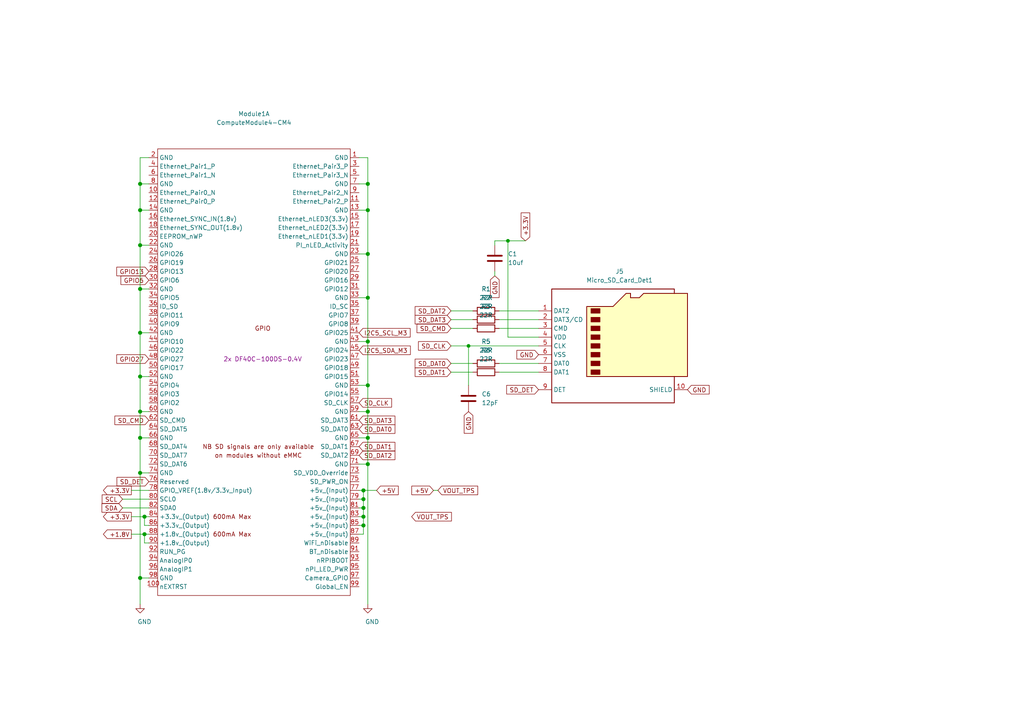
<source format=kicad_sch>
(kicad_sch
	(version 20231120)
	(generator "eeschema")
	(generator_version "8.0")
	(uuid "16cf8609-4221-4d57-9be7-fd0d611f068a")
	(paper "A4")
	(title_block
		(title "Raspberry Pi Compute Module 4 Carrier Template")
		(date "2020-10-31")
		(rev "v01")
		(comment 2 "creativecommons.org/licenses/by-sa/4.0")
		(comment 3 "License: CC BY 4.0")
		(comment 4 "Author: Shawn Hymel")
	)
	(lib_symbols
		(symbol "CM4IO:ComputeModule4-CM4"
			(exclude_from_sim no)
			(in_bom yes)
			(on_board yes)
			(property "Reference" "Module1"
				(at -2.54 68.58 0)
				(effects
					(font
						(size 1.27 1.27)
					)
				)
			)
			(property "Value" "ComputeModule4-CM4"
				(at -2.54 66.04 0)
				(effects
					(font
						(size 1.27 1.27)
					)
				)
			)
			(property "Footprint" "CM4IO:Raspberry-Pi-4-Compute-Module"
				(at 142.24 -26.67 0)
				(effects
					(font
						(size 1.27 1.27)
					)
					(hide yes)
				)
			)
			(property "Datasheet" ""
				(at 142.24 -26.67 0)
				(effects
					(font
						(size 1.27 1.27)
					)
					(hide yes)
				)
			)
			(property "Description" ""
				(at 0 0 0)
				(effects
					(font
						(size 1.27 1.27)
					)
					(hide yes)
				)
			)
			(property "MPN" "2x DF40C-100DS-0.4V"
				(at 0 -2.54 0)
				(effects
					(font
						(size 1.27 1.27)
					)
				)
			)
			(property "Digi-Key_PN" "2x H11615CT-ND"
				(at 0 0 0)
				(effects
					(font
						(size 1.27 1.27)
					)
					(hide yes)
				)
			)
			(property "Digi-Key_PN (Alt)" "2x H124602CT-ND"
				(at 0 0 0)
				(effects
					(font
						(size 1.27 1.27)
					)
					(hide yes)
				)
			)
			(property "Field4" "Hirose"
				(at -76.2 -101.6 0)
				(effects
					(font
						(size 1.27 1.27)
					)
					(hide yes)
				)
			)
			(property "Field5" "2x DF40C-100DS-0.4V"
				(at -76.2 -101.6 0)
				(effects
					(font
						(size 1.27 1.27)
					)
					(hide yes)
				)
			)
			(symbol "ComputeModule4-CM4_1_0"
				(text "GPIO"
					(at 0 6.35 0)
					(effects
						(font
							(size 1.27 1.27)
						)
					)
				)
			)
			(symbol "ComputeModule4-CM4_1_1"
				(rectangle
					(start -30.48 -71.12)
					(end 25.4 58.42)
					(stroke
						(width 0)
						(type default)
					)
					(fill
						(type none)
					)
				)
				(text "600mA Max"
					(at -8.89 -53.34 0)
					(effects
						(font
							(size 1.27 1.27)
						)
					)
				)
				(text "600mA Max"
					(at -8.89 -48.26 0)
					(effects
						(font
							(size 1.27 1.27)
						)
					)
				)
				(text "NB SD signals are only available"
					(at -1.27 -27.94 0)
					(effects
						(font
							(size 1.27 1.27)
						)
					)
				)
				(text "on modules without eMMC"
					(at -1.27 -30.48 0)
					(effects
						(font
							(size 1.27 1.27)
						)
					)
				)
				(pin power_in line
					(at 27.94 55.88 180)
					(length 2.54)
					(name "GND"
						(effects
							(font
								(size 1.27 1.27)
							)
						)
					)
					(number "1"
						(effects
							(font
								(size 1.27 1.27)
							)
						)
					)
				)
				(pin passive line
					(at -33.02 45.72 0)
					(length 2.54)
					(name "Ethernet_Pair0_N"
						(effects
							(font
								(size 1.27 1.27)
							)
						)
					)
					(number "10"
						(effects
							(font
								(size 1.27 1.27)
							)
						)
					)
				)
				(pin output line
					(at -33.02 -68.58 0)
					(length 2.54)
					(name "nEXTRST"
						(effects
							(font
								(size 1.27 1.27)
							)
						)
					)
					(number "100"
						(effects
							(font
								(size 1.27 1.27)
							)
						)
					)
				)
				(pin passive line
					(at 27.94 43.18 180)
					(length 2.54)
					(name "Ethernet_Pair2_P"
						(effects
							(font
								(size 1.27 1.27)
							)
						)
					)
					(number "11"
						(effects
							(font
								(size 1.27 1.27)
							)
						)
					)
				)
				(pin passive line
					(at -33.02 43.18 0)
					(length 2.54)
					(name "Ethernet_Pair0_P"
						(effects
							(font
								(size 1.27 1.27)
							)
						)
					)
					(number "12"
						(effects
							(font
								(size 1.27 1.27)
							)
						)
					)
				)
				(pin power_in line
					(at 27.94 40.64 180)
					(length 2.54)
					(name "GND"
						(effects
							(font
								(size 1.27 1.27)
							)
						)
					)
					(number "13"
						(effects
							(font
								(size 1.27 1.27)
							)
						)
					)
				)
				(pin power_in line
					(at -33.02 40.64 0)
					(length 2.54)
					(name "GND"
						(effects
							(font
								(size 1.27 1.27)
							)
						)
					)
					(number "14"
						(effects
							(font
								(size 1.27 1.27)
							)
						)
					)
				)
				(pin output line
					(at 27.94 38.1 180)
					(length 2.54)
					(name "Ethernet_nLED3(3.3v)"
						(effects
							(font
								(size 1.27 1.27)
							)
						)
					)
					(number "15"
						(effects
							(font
								(size 1.27 1.27)
							)
						)
					)
				)
				(pin input line
					(at -33.02 38.1 0)
					(length 2.54)
					(name "Ethernet_SYNC_IN(1.8v)"
						(effects
							(font
								(size 1.27 1.27)
							)
						)
					)
					(number "16"
						(effects
							(font
								(size 1.27 1.27)
							)
						)
					)
				)
				(pin output line
					(at 27.94 35.56 180)
					(length 2.54)
					(name "Ethernet_nLED2(3.3v)"
						(effects
							(font
								(size 1.27 1.27)
							)
						)
					)
					(number "17"
						(effects
							(font
								(size 1.27 1.27)
							)
						)
					)
				)
				(pin input line
					(at -33.02 35.56 0)
					(length 2.54)
					(name "Ethernet_SYNC_OUT(1.8v)"
						(effects
							(font
								(size 1.27 1.27)
							)
						)
					)
					(number "18"
						(effects
							(font
								(size 1.27 1.27)
							)
						)
					)
				)
				(pin output line
					(at 27.94 33.02 180)
					(length 2.54)
					(name "Ethernet_nLED1(3.3v)"
						(effects
							(font
								(size 1.27 1.27)
							)
						)
					)
					(number "19"
						(effects
							(font
								(size 1.27 1.27)
							)
						)
					)
				)
				(pin power_in line
					(at -33.02 55.88 0)
					(length 2.54)
					(name "GND"
						(effects
							(font
								(size 1.27 1.27)
							)
						)
					)
					(number "2"
						(effects
							(font
								(size 1.27 1.27)
							)
						)
					)
				)
				(pin passive line
					(at -33.02 33.02 0)
					(length 2.54)
					(name "EEPROM_nWP"
						(effects
							(font
								(size 1.27 1.27)
							)
						)
					)
					(number "20"
						(effects
							(font
								(size 1.27 1.27)
							)
						)
					)
				)
				(pin open_collector line
					(at 27.94 30.48 180)
					(length 2.54)
					(name "PI_nLED_Activity"
						(effects
							(font
								(size 1.27 1.27)
							)
						)
					)
					(number "21"
						(effects
							(font
								(size 1.27 1.27)
							)
						)
					)
				)
				(pin power_in line
					(at -33.02 30.48 0)
					(length 2.54)
					(name "GND"
						(effects
							(font
								(size 1.27 1.27)
							)
						)
					)
					(number "22"
						(effects
							(font
								(size 1.27 1.27)
							)
						)
					)
				)
				(pin power_in line
					(at 27.94 27.94 180)
					(length 2.54)
					(name "GND"
						(effects
							(font
								(size 1.27 1.27)
							)
						)
					)
					(number "23"
						(effects
							(font
								(size 1.27 1.27)
							)
						)
					)
				)
				(pin passive line
					(at -33.02 27.94 0)
					(length 2.54)
					(name "GPIO26"
						(effects
							(font
								(size 1.27 1.27)
							)
						)
					)
					(number "24"
						(effects
							(font
								(size 1.27 1.27)
							)
						)
					)
				)
				(pin passive line
					(at 27.94 25.4 180)
					(length 2.54)
					(name "GPIO21"
						(effects
							(font
								(size 1.27 1.27)
							)
						)
					)
					(number "25"
						(effects
							(font
								(size 1.27 1.27)
							)
						)
					)
				)
				(pin passive line
					(at -33.02 25.4 0)
					(length 2.54)
					(name "GPIO19"
						(effects
							(font
								(size 1.27 1.27)
							)
						)
					)
					(number "26"
						(effects
							(font
								(size 1.27 1.27)
							)
						)
					)
				)
				(pin passive line
					(at 27.94 22.86 180)
					(length 2.54)
					(name "GPIO20"
						(effects
							(font
								(size 1.27 1.27)
							)
						)
					)
					(number "27"
						(effects
							(font
								(size 1.27 1.27)
							)
						)
					)
				)
				(pin passive line
					(at -33.02 22.86 0)
					(length 2.54)
					(name "GPIO13"
						(effects
							(font
								(size 1.27 1.27)
							)
						)
					)
					(number "28"
						(effects
							(font
								(size 1.27 1.27)
							)
						)
					)
				)
				(pin passive line
					(at 27.94 20.32 180)
					(length 2.54)
					(name "GPIO16"
						(effects
							(font
								(size 1.27 1.27)
							)
						)
					)
					(number "29"
						(effects
							(font
								(size 1.27 1.27)
							)
						)
					)
				)
				(pin passive line
					(at 27.94 53.34 180)
					(length 2.54)
					(name "Ethernet_Pair3_P"
						(effects
							(font
								(size 1.27 1.27)
							)
						)
					)
					(number "3"
						(effects
							(font
								(size 1.27 1.27)
							)
						)
					)
				)
				(pin passive line
					(at -33.02 20.32 0)
					(length 2.54)
					(name "GPIO6"
						(effects
							(font
								(size 1.27 1.27)
							)
						)
					)
					(number "30"
						(effects
							(font
								(size 1.27 1.27)
							)
						)
					)
				)
				(pin passive line
					(at 27.94 17.78 180)
					(length 2.54)
					(name "GPIO12"
						(effects
							(font
								(size 1.27 1.27)
							)
						)
					)
					(number "31"
						(effects
							(font
								(size 1.27 1.27)
							)
						)
					)
				)
				(pin power_in line
					(at -33.02 17.78 0)
					(length 2.54)
					(name "GND"
						(effects
							(font
								(size 1.27 1.27)
							)
						)
					)
					(number "32"
						(effects
							(font
								(size 1.27 1.27)
							)
						)
					)
				)
				(pin power_in line
					(at 27.94 15.24 180)
					(length 2.54)
					(name "GND"
						(effects
							(font
								(size 1.27 1.27)
							)
						)
					)
					(number "33"
						(effects
							(font
								(size 1.27 1.27)
							)
						)
					)
				)
				(pin passive line
					(at -33.02 15.24 0)
					(length 2.54)
					(name "GPIO5"
						(effects
							(font
								(size 1.27 1.27)
							)
						)
					)
					(number "34"
						(effects
							(font
								(size 1.27 1.27)
							)
						)
					)
				)
				(pin passive line
					(at 27.94 12.7 180)
					(length 2.54)
					(name "ID_SC"
						(effects
							(font
								(size 1.27 1.27)
							)
						)
					)
					(number "35"
						(effects
							(font
								(size 1.27 1.27)
							)
						)
					)
				)
				(pin passive line
					(at -33.02 12.7 0)
					(length 2.54)
					(name "ID_SD"
						(effects
							(font
								(size 1.27 1.27)
							)
						)
					)
					(number "36"
						(effects
							(font
								(size 1.27 1.27)
							)
						)
					)
				)
				(pin passive line
					(at 27.94 10.16 180)
					(length 2.54)
					(name "GPIO7"
						(effects
							(font
								(size 1.27 1.27)
							)
						)
					)
					(number "37"
						(effects
							(font
								(size 1.27 1.27)
							)
						)
					)
				)
				(pin passive line
					(at -33.02 10.16 0)
					(length 2.54)
					(name "GPIO11"
						(effects
							(font
								(size 1.27 1.27)
							)
						)
					)
					(number "38"
						(effects
							(font
								(size 1.27 1.27)
							)
						)
					)
				)
				(pin passive line
					(at 27.94 7.62 180)
					(length 2.54)
					(name "GPIO8"
						(effects
							(font
								(size 1.27 1.27)
							)
						)
					)
					(number "39"
						(effects
							(font
								(size 1.27 1.27)
							)
						)
					)
				)
				(pin passive line
					(at -33.02 53.34 0)
					(length 2.54)
					(name "Ethernet_Pair1_P"
						(effects
							(font
								(size 1.27 1.27)
							)
						)
					)
					(number "4"
						(effects
							(font
								(size 1.27 1.27)
							)
						)
					)
				)
				(pin passive line
					(at -33.02 7.62 0)
					(length 2.54)
					(name "GPIO9"
						(effects
							(font
								(size 1.27 1.27)
							)
						)
					)
					(number "40"
						(effects
							(font
								(size 1.27 1.27)
							)
						)
					)
				)
				(pin passive line
					(at 27.94 5.08 180)
					(length 2.54)
					(name "GPIO25"
						(effects
							(font
								(size 1.27 1.27)
							)
						)
					)
					(number "41"
						(effects
							(font
								(size 1.27 1.27)
							)
						)
					)
				)
				(pin power_in line
					(at -33.02 5.08 0)
					(length 2.54)
					(name "GND"
						(effects
							(font
								(size 1.27 1.27)
							)
						)
					)
					(number "42"
						(effects
							(font
								(size 1.27 1.27)
							)
						)
					)
				)
				(pin power_in line
					(at 27.94 2.54 180)
					(length 2.54)
					(name "GND"
						(effects
							(font
								(size 1.27 1.27)
							)
						)
					)
					(number "43"
						(effects
							(font
								(size 1.27 1.27)
							)
						)
					)
				)
				(pin passive line
					(at -33.02 2.54 0)
					(length 2.54)
					(name "GPIO10"
						(effects
							(font
								(size 1.27 1.27)
							)
						)
					)
					(number "44"
						(effects
							(font
								(size 1.27 1.27)
							)
						)
					)
				)
				(pin passive line
					(at 27.94 0 180)
					(length 2.54)
					(name "GPIO24"
						(effects
							(font
								(size 1.27 1.27)
							)
						)
					)
					(number "45"
						(effects
							(font
								(size 1.27 1.27)
							)
						)
					)
				)
				(pin passive line
					(at -33.02 0 0)
					(length 2.54)
					(name "GPIO22"
						(effects
							(font
								(size 1.27 1.27)
							)
						)
					)
					(number "46"
						(effects
							(font
								(size 1.27 1.27)
							)
						)
					)
				)
				(pin passive line
					(at 27.94 -2.54 180)
					(length 2.54)
					(name "GPIO23"
						(effects
							(font
								(size 1.27 1.27)
							)
						)
					)
					(number "47"
						(effects
							(font
								(size 1.27 1.27)
							)
						)
					)
				)
				(pin passive line
					(at -33.02 -2.54 0)
					(length 2.54)
					(name "GPIO27"
						(effects
							(font
								(size 1.27 1.27)
							)
						)
					)
					(number "48"
						(effects
							(font
								(size 1.27 1.27)
							)
						)
					)
				)
				(pin passive line
					(at 27.94 -5.08 180)
					(length 2.54)
					(name "GPIO18"
						(effects
							(font
								(size 1.27 1.27)
							)
						)
					)
					(number "49"
						(effects
							(font
								(size 1.27 1.27)
							)
						)
					)
				)
				(pin passive line
					(at 27.94 50.8 180)
					(length 2.54)
					(name "Ethernet_Pair3_N"
						(effects
							(font
								(size 1.27 1.27)
							)
						)
					)
					(number "5"
						(effects
							(font
								(size 1.27 1.27)
							)
						)
					)
				)
				(pin passive line
					(at -33.02 -5.08 0)
					(length 2.54)
					(name "GPIO17"
						(effects
							(font
								(size 1.27 1.27)
							)
						)
					)
					(number "50"
						(effects
							(font
								(size 1.27 1.27)
							)
						)
					)
				)
				(pin passive line
					(at 27.94 -7.62 180)
					(length 2.54)
					(name "GPIO15"
						(effects
							(font
								(size 1.27 1.27)
							)
						)
					)
					(number "51"
						(effects
							(font
								(size 1.27 1.27)
							)
						)
					)
				)
				(pin power_in line
					(at -33.02 -7.62 0)
					(length 2.54)
					(name "GND"
						(effects
							(font
								(size 1.27 1.27)
							)
						)
					)
					(number "52"
						(effects
							(font
								(size 1.27 1.27)
							)
						)
					)
				)
				(pin power_in line
					(at 27.94 -10.16 180)
					(length 2.54)
					(name "GND"
						(effects
							(font
								(size 1.27 1.27)
							)
						)
					)
					(number "53"
						(effects
							(font
								(size 1.27 1.27)
							)
						)
					)
				)
				(pin passive line
					(at -33.02 -10.16 0)
					(length 2.54)
					(name "GPIO4"
						(effects
							(font
								(size 1.27 1.27)
							)
						)
					)
					(number "54"
						(effects
							(font
								(size 1.27 1.27)
							)
						)
					)
				)
				(pin passive line
					(at 27.94 -12.7 180)
					(length 2.54)
					(name "GPIO14"
						(effects
							(font
								(size 1.27 1.27)
							)
						)
					)
					(number "55"
						(effects
							(font
								(size 1.27 1.27)
							)
						)
					)
				)
				(pin passive line
					(at -33.02 -12.7 0)
					(length 2.54)
					(name "GPIO3"
						(effects
							(font
								(size 1.27 1.27)
							)
						)
					)
					(number "56"
						(effects
							(font
								(size 1.27 1.27)
							)
						)
					)
				)
				(pin passive line
					(at 27.94 -15.24 180)
					(length 2.54)
					(name "SD_CLK"
						(effects
							(font
								(size 1.27 1.27)
							)
						)
					)
					(number "57"
						(effects
							(font
								(size 1.27 1.27)
							)
						)
					)
				)
				(pin passive line
					(at -33.02 -15.24 0)
					(length 2.54)
					(name "GPIO2"
						(effects
							(font
								(size 1.27 1.27)
							)
						)
					)
					(number "58"
						(effects
							(font
								(size 1.27 1.27)
							)
						)
					)
				)
				(pin power_in line
					(at 27.94 -17.78 180)
					(length 2.54)
					(name "GND"
						(effects
							(font
								(size 1.27 1.27)
							)
						)
					)
					(number "59"
						(effects
							(font
								(size 1.27 1.27)
							)
						)
					)
				)
				(pin passive line
					(at -33.02 50.8 0)
					(length 2.54)
					(name "Ethernet_Pair1_N"
						(effects
							(font
								(size 1.27 1.27)
							)
						)
					)
					(number "6"
						(effects
							(font
								(size 1.27 1.27)
							)
						)
					)
				)
				(pin power_in line
					(at -33.02 -17.78 0)
					(length 2.54)
					(name "GND"
						(effects
							(font
								(size 1.27 1.27)
							)
						)
					)
					(number "60"
						(effects
							(font
								(size 1.27 1.27)
							)
						)
					)
				)
				(pin passive line
					(at 27.94 -20.32 180)
					(length 2.54)
					(name "SD_DAT3"
						(effects
							(font
								(size 1.27 1.27)
							)
						)
					)
					(number "61"
						(effects
							(font
								(size 1.27 1.27)
							)
						)
					)
				)
				(pin passive line
					(at -33.02 -20.32 0)
					(length 2.54)
					(name "SD_CMD"
						(effects
							(font
								(size 1.27 1.27)
							)
						)
					)
					(number "62"
						(effects
							(font
								(size 1.27 1.27)
							)
						)
					)
				)
				(pin passive line
					(at 27.94 -22.86 180)
					(length 2.54)
					(name "SD_DAT0"
						(effects
							(font
								(size 1.27 1.27)
							)
						)
					)
					(number "63"
						(effects
							(font
								(size 1.27 1.27)
							)
						)
					)
				)
				(pin passive line
					(at -33.02 -22.86 0)
					(length 2.54)
					(name "SD_DAT5"
						(effects
							(font
								(size 1.27 1.27)
							)
						)
					)
					(number "64"
						(effects
							(font
								(size 1.27 1.27)
							)
						)
					)
				)
				(pin power_in line
					(at 27.94 -25.4 180)
					(length 2.54)
					(name "GND"
						(effects
							(font
								(size 1.27 1.27)
							)
						)
					)
					(number "65"
						(effects
							(font
								(size 1.27 1.27)
							)
						)
					)
				)
				(pin power_in line
					(at -33.02 -25.4 0)
					(length 2.54)
					(name "GND"
						(effects
							(font
								(size 1.27 1.27)
							)
						)
					)
					(number "66"
						(effects
							(font
								(size 1.27 1.27)
							)
						)
					)
				)
				(pin passive line
					(at 27.94 -27.94 180)
					(length 2.54)
					(name "SD_DAT1"
						(effects
							(font
								(size 1.27 1.27)
							)
						)
					)
					(number "67"
						(effects
							(font
								(size 1.27 1.27)
							)
						)
					)
				)
				(pin passive line
					(at -33.02 -27.94 0)
					(length 2.54)
					(name "SD_DAT4"
						(effects
							(font
								(size 1.27 1.27)
							)
						)
					)
					(number "68"
						(effects
							(font
								(size 1.27 1.27)
							)
						)
					)
				)
				(pin passive line
					(at 27.94 -30.48 180)
					(length 2.54)
					(name "SD_DAT2"
						(effects
							(font
								(size 1.27 1.27)
							)
						)
					)
					(number "69"
						(effects
							(font
								(size 1.27 1.27)
							)
						)
					)
				)
				(pin power_in line
					(at 27.94 48.26 180)
					(length 2.54)
					(name "GND"
						(effects
							(font
								(size 1.27 1.27)
							)
						)
					)
					(number "7"
						(effects
							(font
								(size 1.27 1.27)
							)
						)
					)
				)
				(pin passive line
					(at -33.02 -30.48 0)
					(length 2.54)
					(name "SD_DAT7"
						(effects
							(font
								(size 1.27 1.27)
							)
						)
					)
					(number "70"
						(effects
							(font
								(size 1.27 1.27)
							)
						)
					)
				)
				(pin power_in line
					(at 27.94 -33.02 180)
					(length 2.54)
					(name "GND"
						(effects
							(font
								(size 1.27 1.27)
							)
						)
					)
					(number "71"
						(effects
							(font
								(size 1.27 1.27)
							)
						)
					)
				)
				(pin passive line
					(at -33.02 -33.02 0)
					(length 2.54)
					(name "SD_DAT6"
						(effects
							(font
								(size 1.27 1.27)
							)
						)
					)
					(number "72"
						(effects
							(font
								(size 1.27 1.27)
							)
						)
					)
				)
				(pin input line
					(at 27.94 -35.56 180)
					(length 2.54)
					(name "SD_VDD_Override"
						(effects
							(font
								(size 1.27 1.27)
							)
						)
					)
					(number "73"
						(effects
							(font
								(size 1.27 1.27)
							)
						)
					)
				)
				(pin power_in line
					(at -33.02 -35.56 0)
					(length 2.54)
					(name "GND"
						(effects
							(font
								(size 1.27 1.27)
							)
						)
					)
					(number "74"
						(effects
							(font
								(size 1.27 1.27)
							)
						)
					)
				)
				(pin output line
					(at 27.94 -38.1 180)
					(length 2.54)
					(name "SD_PWR_ON"
						(effects
							(font
								(size 1.27 1.27)
							)
						)
					)
					(number "75"
						(effects
							(font
								(size 1.27 1.27)
							)
						)
					)
				)
				(pin passive line
					(at -33.02 -38.1 0)
					(length 2.54)
					(name "Reserved"
						(effects
							(font
								(size 1.27 1.27)
							)
						)
					)
					(number "76"
						(effects
							(font
								(size 1.27 1.27)
							)
						)
					)
				)
				(pin power_in line
					(at 27.94 -40.64 180)
					(length 2.54)
					(name "+5v_(Input)"
						(effects
							(font
								(size 1.27 1.27)
							)
						)
					)
					(number "77"
						(effects
							(font
								(size 1.27 1.27)
							)
						)
					)
				)
				(pin power_in line
					(at -33.02 -40.64 0)
					(length 2.54)
					(name "GPIO_VREF(1.8v/3.3v_Input)"
						(effects
							(font
								(size 1.27 1.27)
							)
						)
					)
					(number "78"
						(effects
							(font
								(size 1.27 1.27)
							)
						)
					)
				)
				(pin power_in line
					(at 27.94 -43.18 180)
					(length 2.54)
					(name "+5v_(Input)"
						(effects
							(font
								(size 1.27 1.27)
							)
						)
					)
					(number "79"
						(effects
							(font
								(size 1.27 1.27)
							)
						)
					)
				)
				(pin power_in line
					(at -33.02 48.26 0)
					(length 2.54)
					(name "GND"
						(effects
							(font
								(size 1.27 1.27)
							)
						)
					)
					(number "8"
						(effects
							(font
								(size 1.27 1.27)
							)
						)
					)
				)
				(pin passive line
					(at -33.02 -43.18 0)
					(length 2.54)
					(name "SCL0"
						(effects
							(font
								(size 1.27 1.27)
							)
						)
					)
					(number "80"
						(effects
							(font
								(size 1.27 1.27)
							)
						)
					)
				)
				(pin power_in line
					(at 27.94 -45.72 180)
					(length 2.54)
					(name "+5v_(Input)"
						(effects
							(font
								(size 1.27 1.27)
							)
						)
					)
					(number "81"
						(effects
							(font
								(size 1.27 1.27)
							)
						)
					)
				)
				(pin passive line
					(at -33.02 -45.72 0)
					(length 2.54)
					(name "SDA0"
						(effects
							(font
								(size 1.27 1.27)
							)
						)
					)
					(number "82"
						(effects
							(font
								(size 1.27 1.27)
							)
						)
					)
				)
				(pin power_in line
					(at 27.94 -48.26 180)
					(length 2.54)
					(name "+5v_(Input)"
						(effects
							(font
								(size 1.27 1.27)
							)
						)
					)
					(number "83"
						(effects
							(font
								(size 1.27 1.27)
							)
						)
					)
				)
				(pin power_out line
					(at -33.02 -48.26 0)
					(length 2.54)
					(name "+3.3v_(Output)"
						(effects
							(font
								(size 1.27 1.27)
							)
						)
					)
					(number "84"
						(effects
							(font
								(size 1.27 1.27)
							)
						)
					)
				)
				(pin power_in line
					(at 27.94 -50.8 180)
					(length 2.54)
					(name "+5v_(Input)"
						(effects
							(font
								(size 1.27 1.27)
							)
						)
					)
					(number "85"
						(effects
							(font
								(size 1.27 1.27)
							)
						)
					)
				)
				(pin power_out line
					(at -33.02 -50.8 0)
					(length 2.54)
					(name "+3.3v_(Output)"
						(effects
							(font
								(size 1.27 1.27)
							)
						)
					)
					(number "86"
						(effects
							(font
								(size 1.27 1.27)
							)
						)
					)
				)
				(pin power_in line
					(at 27.94 -53.34 180)
					(length 2.54)
					(name "+5v_(Input)"
						(effects
							(font
								(size 1.27 1.27)
							)
						)
					)
					(number "87"
						(effects
							(font
								(size 1.27 1.27)
							)
						)
					)
				)
				(pin power_out line
					(at -33.02 -53.34 0)
					(length 2.54)
					(name "+1.8v_(Output)"
						(effects
							(font
								(size 1.27 1.27)
							)
						)
					)
					(number "88"
						(effects
							(font
								(size 1.27 1.27)
							)
						)
					)
				)
				(pin power_in line
					(at 27.94 -55.88 180)
					(length 2.54)
					(name "WiFi_nDisable"
						(effects
							(font
								(size 1.27 1.27)
							)
						)
					)
					(number "89"
						(effects
							(font
								(size 1.27 1.27)
							)
						)
					)
				)
				(pin passive line
					(at 27.94 45.72 180)
					(length 2.54)
					(name "Ethernet_Pair2_N"
						(effects
							(font
								(size 1.27 1.27)
							)
						)
					)
					(number "9"
						(effects
							(font
								(size 1.27 1.27)
							)
						)
					)
				)
				(pin power_out line
					(at -33.02 -55.88 0)
					(length 2.54)
					(name "+1.8v_(Output)"
						(effects
							(font
								(size 1.27 1.27)
							)
						)
					)
					(number "90"
						(effects
							(font
								(size 1.27 1.27)
							)
						)
					)
				)
				(pin power_in line
					(at 27.94 -58.42 180)
					(length 2.54)
					(name "BT_nDisable"
						(effects
							(font
								(size 1.27 1.27)
							)
						)
					)
					(number "91"
						(effects
							(font
								(size 1.27 1.27)
							)
						)
					)
				)
				(pin passive line
					(at -33.02 -58.42 0)
					(length 2.54)
					(name "RUN_PG"
						(effects
							(font
								(size 1.27 1.27)
							)
						)
					)
					(number "92"
						(effects
							(font
								(size 1.27 1.27)
							)
						)
					)
				)
				(pin input line
					(at 27.94 -60.96 180)
					(length 2.54)
					(name "nRPIBOOT"
						(effects
							(font
								(size 1.27 1.27)
							)
						)
					)
					(number "93"
						(effects
							(font
								(size 1.27 1.27)
							)
						)
					)
				)
				(pin passive line
					(at -33.02 -60.96 0)
					(length 2.54)
					(name "AnalogIP0"
						(effects
							(font
								(size 1.27 1.27)
							)
						)
					)
					(number "94"
						(effects
							(font
								(size 1.27 1.27)
							)
						)
					)
				)
				(pin output line
					(at 27.94 -63.5 180)
					(length 2.54)
					(name "nPI_LED_PWR"
						(effects
							(font
								(size 1.27 1.27)
							)
						)
					)
					(number "95"
						(effects
							(font
								(size 1.27 1.27)
							)
						)
					)
				)
				(pin passive line
					(at -33.02 -63.5 0)
					(length 2.54)
					(name "AnalogIP1"
						(effects
							(font
								(size 1.27 1.27)
							)
						)
					)
					(number "96"
						(effects
							(font
								(size 1.27 1.27)
							)
						)
					)
				)
				(pin passive line
					(at 27.94 -66.04 180)
					(length 2.54)
					(name "Camera_GPIO"
						(effects
							(font
								(size 1.27 1.27)
							)
						)
					)
					(number "97"
						(effects
							(font
								(size 1.27 1.27)
							)
						)
					)
				)
				(pin power_in line
					(at -33.02 -66.04 0)
					(length 2.54)
					(name "GND"
						(effects
							(font
								(size 1.27 1.27)
							)
						)
					)
					(number "98"
						(effects
							(font
								(size 1.27 1.27)
							)
						)
					)
				)
				(pin input line
					(at 27.94 -68.58 180)
					(length 2.54)
					(name "Global_EN"
						(effects
							(font
								(size 1.27 1.27)
							)
						)
					)
					(number "99"
						(effects
							(font
								(size 1.27 1.27)
							)
						)
					)
				)
			)
			(symbol "ComputeModule4-CM4_2_1"
				(rectangle
					(start 114.3 -66.04)
					(end 165.1 63.5)
					(stroke
						(width 0)
						(type default)
					)
					(fill
						(type none)
					)
				)
				(text "High Speed Serial"
					(at 140.97 0 0)
					(effects
						(font
							(size 1.27 1.27)
						)
					)
				)
				(pin input line
					(at 170.18 60.96 180)
					(length 5.08)
					(name "USB_OTG_ID"
						(effects
							(font
								(size 1.27 1.27)
							)
						)
					)
					(number "101"
						(effects
							(font
								(size 1.27 1.27)
							)
						)
					)
				)
				(pin input line
					(at 109.22 60.96 0)
					(length 5.08)
					(name "PCIe_CLK_nREQ"
						(effects
							(font
								(size 1.27 1.27)
							)
						)
					)
					(number "102"
						(effects
							(font
								(size 1.27 1.27)
							)
						)
					)
				)
				(pin passive line
					(at 170.18 58.42 180)
					(length 5.08)
					(name "USB2_N"
						(effects
							(font
								(size 1.27 1.27)
							)
						)
					)
					(number "103"
						(effects
							(font
								(size 1.27 1.27)
							)
						)
					)
				)
				(pin passive line
					(at 109.22 58.42 0)
					(length 5.08)
					(name "Reserved"
						(effects
							(font
								(size 1.27 1.27)
							)
						)
					)
					(number "104"
						(effects
							(font
								(size 1.27 1.27)
							)
						)
					)
				)
				(pin passive line
					(at 170.18 55.88 180)
					(length 5.08)
					(name "USB2_P"
						(effects
							(font
								(size 1.27 1.27)
							)
						)
					)
					(number "105"
						(effects
							(font
								(size 1.27 1.27)
							)
						)
					)
				)
				(pin passive line
					(at 109.22 55.88 0)
					(length 5.08)
					(name "Reserved"
						(effects
							(font
								(size 1.27 1.27)
							)
						)
					)
					(number "106"
						(effects
							(font
								(size 1.27 1.27)
							)
						)
					)
				)
				(pin power_in line
					(at 170.18 53.34 180)
					(length 5.08)
					(name "GND"
						(effects
							(font
								(size 1.27 1.27)
							)
						)
					)
					(number "107"
						(effects
							(font
								(size 1.27 1.27)
							)
						)
					)
				)
				(pin power_in line
					(at 109.22 53.34 0)
					(length 5.08)
					(name "GND"
						(effects
							(font
								(size 1.27 1.27)
							)
						)
					)
					(number "108"
						(effects
							(font
								(size 1.27 1.27)
							)
						)
					)
				)
				(pin bidirectional line
					(at 170.18 50.8 180)
					(length 5.08)
					(name "PCIe_nRST"
						(effects
							(font
								(size 1.27 1.27)
							)
						)
					)
					(number "109"
						(effects
							(font
								(size 1.27 1.27)
							)
						)
					)
				)
				(pin output line
					(at 109.22 50.8 0)
					(length 5.08)
					(name "PCIe_CLK_P"
						(effects
							(font
								(size 1.27 1.27)
							)
						)
					)
					(number "110"
						(effects
							(font
								(size 1.27 1.27)
							)
						)
					)
				)
				(pin passive line
					(at 170.18 48.26 180)
					(length 5.08)
					(name "VDAC_COMP"
						(effects
							(font
								(size 1.27 1.27)
							)
						)
					)
					(number "111"
						(effects
							(font
								(size 1.27 1.27)
							)
						)
					)
				)
				(pin output line
					(at 109.22 48.26 0)
					(length 5.08)
					(name "PCIe_CLK_N"
						(effects
							(font
								(size 1.27 1.27)
							)
						)
					)
					(number "112"
						(effects
							(font
								(size 1.27 1.27)
							)
						)
					)
				)
				(pin power_in line
					(at 170.18 45.72 180)
					(length 5.08)
					(name "GND"
						(effects
							(font
								(size 1.27 1.27)
							)
						)
					)
					(number "113"
						(effects
							(font
								(size 1.27 1.27)
							)
						)
					)
				)
				(pin power_in line
					(at 109.22 45.72 0)
					(length 5.08)
					(name "GND"
						(effects
							(font
								(size 1.27 1.27)
							)
						)
					)
					(number "114"
						(effects
							(font
								(size 1.27 1.27)
							)
						)
					)
				)
				(pin input line
					(at 170.18 43.18 180)
					(length 5.08)
					(name "CAM1_D0_N"
						(effects
							(font
								(size 1.27 1.27)
							)
						)
					)
					(number "115"
						(effects
							(font
								(size 1.27 1.27)
							)
						)
					)
				)
				(pin input line
					(at 109.22 43.18 0)
					(length 5.08)
					(name "PCIe_RX_P"
						(effects
							(font
								(size 1.27 1.27)
							)
						)
					)
					(number "116"
						(effects
							(font
								(size 1.27 1.27)
							)
						)
					)
				)
				(pin input line
					(at 170.18 40.64 180)
					(length 5.08)
					(name "CAM1_D0_P"
						(effects
							(font
								(size 1.27 1.27)
							)
						)
					)
					(number "117"
						(effects
							(font
								(size 1.27 1.27)
							)
						)
					)
				)
				(pin input line
					(at 109.22 40.64 0)
					(length 5.08)
					(name "PCIe_RX_N"
						(effects
							(font
								(size 1.27 1.27)
							)
						)
					)
					(number "118"
						(effects
							(font
								(size 1.27 1.27)
							)
						)
					)
				)
				(pin power_in line
					(at 170.18 38.1 180)
					(length 5.08)
					(name "GND"
						(effects
							(font
								(size 1.27 1.27)
							)
						)
					)
					(number "119"
						(effects
							(font
								(size 1.27 1.27)
							)
						)
					)
				)
				(pin power_in line
					(at 109.22 38.1 0)
					(length 5.08)
					(name "GND"
						(effects
							(font
								(size 1.27 1.27)
							)
						)
					)
					(number "120"
						(effects
							(font
								(size 1.27 1.27)
							)
						)
					)
				)
				(pin input line
					(at 170.18 35.56 180)
					(length 5.08)
					(name "CAM1_D1_N"
						(effects
							(font
								(size 1.27 1.27)
							)
						)
					)
					(number "121"
						(effects
							(font
								(size 1.27 1.27)
							)
						)
					)
				)
				(pin output line
					(at 109.22 35.56 0)
					(length 5.08)
					(name "PCIe_TX_P"
						(effects
							(font
								(size 1.27 1.27)
							)
						)
					)
					(number "122"
						(effects
							(font
								(size 1.27 1.27)
							)
						)
					)
				)
				(pin input line
					(at 170.18 33.02 180)
					(length 5.08)
					(name "CAM1_D1_P"
						(effects
							(font
								(size 1.27 1.27)
							)
						)
					)
					(number "123"
						(effects
							(font
								(size 1.27 1.27)
							)
						)
					)
				)
				(pin output line
					(at 109.22 33.02 0)
					(length 5.08)
					(name "PCIe_TX_N"
						(effects
							(font
								(size 1.27 1.27)
							)
						)
					)
					(number "124"
						(effects
							(font
								(size 1.27 1.27)
							)
						)
					)
				)
				(pin power_in line
					(at 170.18 30.48 180)
					(length 5.08)
					(name "GND"
						(effects
							(font
								(size 1.27 1.27)
							)
						)
					)
					(number "125"
						(effects
							(font
								(size 1.27 1.27)
							)
						)
					)
				)
				(pin power_in line
					(at 109.22 30.48 0)
					(length 5.08)
					(name "GND"
						(effects
							(font
								(size 1.27 1.27)
							)
						)
					)
					(number "126"
						(effects
							(font
								(size 1.27 1.27)
							)
						)
					)
				)
				(pin input line
					(at 170.18 27.94 180)
					(length 5.08)
					(name "CAM1_C_N"
						(effects
							(font
								(size 1.27 1.27)
							)
						)
					)
					(number "127"
						(effects
							(font
								(size 1.27 1.27)
							)
						)
					)
				)
				(pin input line
					(at 109.22 27.94 0)
					(length 5.08)
					(name "CAM0_D0_N"
						(effects
							(font
								(size 1.27 1.27)
							)
						)
					)
					(number "128"
						(effects
							(font
								(size 1.27 1.27)
							)
						)
					)
				)
				(pin input line
					(at 170.18 25.4 180)
					(length 5.08)
					(name "CAM1_C_P"
						(effects
							(font
								(size 1.27 1.27)
							)
						)
					)
					(number "129"
						(effects
							(font
								(size 1.27 1.27)
							)
						)
					)
				)
				(pin input line
					(at 109.22 25.4 0)
					(length 5.08)
					(name "CAM0_D0_P"
						(effects
							(font
								(size 1.27 1.27)
							)
						)
					)
					(number "130"
						(effects
							(font
								(size 1.27 1.27)
							)
						)
					)
				)
				(pin power_in line
					(at 170.18 22.86 180)
					(length 5.08)
					(name "GND"
						(effects
							(font
								(size 1.27 1.27)
							)
						)
					)
					(number "131"
						(effects
							(font
								(size 1.27 1.27)
							)
						)
					)
				)
				(pin power_in line
					(at 109.22 22.86 0)
					(length 5.08)
					(name "GND"
						(effects
							(font
								(size 1.27 1.27)
							)
						)
					)
					(number "132"
						(effects
							(font
								(size 1.27 1.27)
							)
						)
					)
				)
				(pin input line
					(at 170.18 20.32 180)
					(length 5.08)
					(name "CAM1_D2_N"
						(effects
							(font
								(size 1.27 1.27)
							)
						)
					)
					(number "133"
						(effects
							(font
								(size 1.27 1.27)
							)
						)
					)
				)
				(pin input line
					(at 109.22 20.32 0)
					(length 5.08)
					(name "CAM0_D1_N"
						(effects
							(font
								(size 1.27 1.27)
							)
						)
					)
					(number "134"
						(effects
							(font
								(size 1.27 1.27)
							)
						)
					)
				)
				(pin input line
					(at 170.18 17.78 180)
					(length 5.08)
					(name "CAM1_D2_P"
						(effects
							(font
								(size 1.27 1.27)
							)
						)
					)
					(number "135"
						(effects
							(font
								(size 1.27 1.27)
							)
						)
					)
				)
				(pin input line
					(at 109.22 17.78 0)
					(length 5.08)
					(name "CAM0_D1_P"
						(effects
							(font
								(size 1.27 1.27)
							)
						)
					)
					(number "136"
						(effects
							(font
								(size 1.27 1.27)
							)
						)
					)
				)
				(pin power_in line
					(at 170.18 15.24 180)
					(length 5.08)
					(name "GND"
						(effects
							(font
								(size 1.27 1.27)
							)
						)
					)
					(number "137"
						(effects
							(font
								(size 1.27 1.27)
							)
						)
					)
				)
				(pin power_in line
					(at 109.22 15.24 0)
					(length 5.08)
					(name "GND"
						(effects
							(font
								(size 1.27 1.27)
							)
						)
					)
					(number "138"
						(effects
							(font
								(size 1.27 1.27)
							)
						)
					)
				)
				(pin input line
					(at 170.18 12.7 180)
					(length 5.08)
					(name "CAM1_D3_N"
						(effects
							(font
								(size 1.27 1.27)
							)
						)
					)
					(number "139"
						(effects
							(font
								(size 1.27 1.27)
							)
						)
					)
				)
				(pin input line
					(at 109.22 12.7 0)
					(length 5.08)
					(name "CAM0_C_N"
						(effects
							(font
								(size 1.27 1.27)
							)
						)
					)
					(number "140"
						(effects
							(font
								(size 1.27 1.27)
							)
						)
					)
				)
				(pin input line
					(at 170.18 10.16 180)
					(length 5.08)
					(name "CAM1_D3_P"
						(effects
							(font
								(size 1.27 1.27)
							)
						)
					)
					(number "141"
						(effects
							(font
								(size 1.27 1.27)
							)
						)
					)
				)
				(pin input line
					(at 109.22 10.16 0)
					(length 5.08)
					(name "CAM0_C_P"
						(effects
							(font
								(size 1.27 1.27)
							)
						)
					)
					(number "142"
						(effects
							(font
								(size 1.27 1.27)
							)
						)
					)
				)
				(pin input line
					(at 170.18 7.62 180)
					(length 5.08)
					(name "HDMI1_HOTPLUG"
						(effects
							(font
								(size 1.27 1.27)
							)
						)
					)
					(number "143"
						(effects
							(font
								(size 1.27 1.27)
							)
						)
					)
				)
				(pin power_in line
					(at 109.22 7.62 0)
					(length 5.08)
					(name "GND"
						(effects
							(font
								(size 1.27 1.27)
							)
						)
					)
					(number "144"
						(effects
							(font
								(size 1.27 1.27)
							)
						)
					)
				)
				(pin bidirectional line
					(at 170.18 5.08 180)
					(length 5.08)
					(name "HDMI1_SDA"
						(effects
							(font
								(size 1.27 1.27)
							)
						)
					)
					(number "145"
						(effects
							(font
								(size 1.27 1.27)
							)
						)
					)
				)
				(pin output line
					(at 109.22 5.08 0)
					(length 5.08)
					(name "HDMI1_TX2_P"
						(effects
							(font
								(size 1.27 1.27)
							)
						)
					)
					(number "146"
						(effects
							(font
								(size 1.27 1.27)
							)
						)
					)
				)
				(pin open_collector line
					(at 170.18 2.54 180)
					(length 5.08)
					(name "HDMI1_SCL"
						(effects
							(font
								(size 1.27 1.27)
							)
						)
					)
					(number "147"
						(effects
							(font
								(size 1.27 1.27)
							)
						)
					)
				)
				(pin output line
					(at 109.22 2.54 0)
					(length 5.08)
					(name "HDMI1_TX2_N"
						(effects
							(font
								(size 1.27 1.27)
							)
						)
					)
					(number "148"
						(effects
							(font
								(size 1.27 1.27)
							)
						)
					)
				)
				(pin open_collector line
					(at 170.18 0 180)
					(length 5.08)
					(name "HDMI1_CEC"
						(effects
							(font
								(size 1.27 1.27)
							)
						)
					)
					(number "149"
						(effects
							(font
								(size 1.27 1.27)
							)
						)
					)
				)
				(pin power_in line
					(at 109.22 0 0)
					(length 5.08)
					(name "GND"
						(effects
							(font
								(size 1.27 1.27)
							)
						)
					)
					(number "150"
						(effects
							(font
								(size 1.27 1.27)
							)
						)
					)
				)
				(pin open_collector line
					(at 170.18 -2.54 180)
					(length 5.08)
					(name "HDMI0_CEC"
						(effects
							(font
								(size 1.27 1.27)
							)
						)
					)
					(number "151"
						(effects
							(font
								(size 1.27 1.27)
							)
						)
					)
				)
				(pin output line
					(at 109.22 -2.54 0)
					(length 5.08)
					(name "HDMI1_TX1_P"
						(effects
							(font
								(size 1.27 1.27)
							)
						)
					)
					(number "152"
						(effects
							(font
								(size 1.27 1.27)
							)
						)
					)
				)
				(pin input line
					(at 170.18 -5.08 180)
					(length 5.08)
					(name "HDMI0_HOTPLUG"
						(effects
							(font
								(size 1.27 1.27)
							)
						)
					)
					(number "153"
						(effects
							(font
								(size 1.27 1.27)
							)
						)
					)
				)
				(pin output line
					(at 109.22 -5.08 0)
					(length 5.08)
					(name "HDMI1_TX1_N"
						(effects
							(font
								(size 1.27 1.27)
							)
						)
					)
					(number "154"
						(effects
							(font
								(size 1.27 1.27)
							)
						)
					)
				)
				(pin power_in line
					(at 170.18 -7.62 180)
					(length 5.08)
					(name "GND"
						(effects
							(font
								(size 1.27 1.27)
							)
						)
					)
					(number "155"
						(effects
							(font
								(size 1.27 1.27)
							)
						)
					)
				)
				(pin power_in line
					(at 109.22 -7.62 0)
					(length 5.08)
					(name "GND"
						(effects
							(font
								(size 1.27 1.27)
							)
						)
					)
					(number "156"
						(effects
							(font
								(size 1.27 1.27)
							)
						)
					)
				)
				(pin output line
					(at 170.18 -10.16 180)
					(length 5.08)
					(name "DSI0_D0_N"
						(effects
							(font
								(size 1.27 1.27)
							)
						)
					)
					(number "157"
						(effects
							(font
								(size 1.27 1.27)
							)
						)
					)
				)
				(pin output line
					(at 109.22 -10.16 0)
					(length 5.08)
					(name "HDMI1_TX0_P"
						(effects
							(font
								(size 1.27 1.27)
							)
						)
					)
					(number "158"
						(effects
							(font
								(size 1.27 1.27)
							)
						)
					)
				)
				(pin output line
					(at 170.18 -12.7 180)
					(length 5.08)
					(name "DSI0_D0_P"
						(effects
							(font
								(size 1.27 1.27)
							)
						)
					)
					(number "159"
						(effects
							(font
								(size 1.27 1.27)
							)
						)
					)
				)
				(pin output line
					(at 109.22 -12.7 0)
					(length 5.08)
					(name "HDMI1_TX0_N"
						(effects
							(font
								(size 1.27 1.27)
							)
						)
					)
					(number "160"
						(effects
							(font
								(size 1.27 1.27)
							)
						)
					)
				)
				(pin power_in line
					(at 170.18 -15.24 180)
					(length 5.08)
					(name "GND"
						(effects
							(font
								(size 1.27 1.27)
							)
						)
					)
					(number "161"
						(effects
							(font
								(size 1.27 1.27)
							)
						)
					)
				)
				(pin power_in line
					(at 109.22 -15.24 0)
					(length 5.08)
					(name "GND"
						(effects
							(font
								(size 1.27 1.27)
							)
						)
					)
					(number "162"
						(effects
							(font
								(size 1.27 1.27)
							)
						)
					)
				)
				(pin output line
					(at 170.18 -17.78 180)
					(length 5.08)
					(name "DSI0_D1_N"
						(effects
							(font
								(size 1.27 1.27)
							)
						)
					)
					(number "163"
						(effects
							(font
								(size 1.27 1.27)
							)
						)
					)
				)
				(pin output line
					(at 109.22 -17.78 0)
					(length 5.08)
					(name "HDMI1_CLK_P"
						(effects
							(font
								(size 1.27 1.27)
							)
						)
					)
					(number "164"
						(effects
							(font
								(size 1.27 1.27)
							)
						)
					)
				)
				(pin output line
					(at 170.18 -20.32 180)
					(length 5.08)
					(name "DSI0_D1_P"
						(effects
							(font
								(size 1.27 1.27)
							)
						)
					)
					(number "165"
						(effects
							(font
								(size 1.27 1.27)
							)
						)
					)
				)
				(pin output line
					(at 109.22 -20.32 0)
					(length 5.08)
					(name "HDMI1_CLK_N"
						(effects
							(font
								(size 1.27 1.27)
							)
						)
					)
					(number "166"
						(effects
							(font
								(size 1.27 1.27)
							)
						)
					)
				)
				(pin power_in line
					(at 170.18 -22.86 180)
					(length 5.08)
					(name "GND"
						(effects
							(font
								(size 1.27 1.27)
							)
						)
					)
					(number "167"
						(effects
							(font
								(size 1.27 1.27)
							)
						)
					)
				)
				(pin power_in line
					(at 109.22 -22.86 0)
					(length 5.08)
					(name "GND"
						(effects
							(font
								(size 1.27 1.27)
							)
						)
					)
					(number "168"
						(effects
							(font
								(size 1.27 1.27)
							)
						)
					)
				)
				(pin output line
					(at 170.18 -25.4 180)
					(length 5.08)
					(name "DSI0_C_N"
						(effects
							(font
								(size 1.27 1.27)
							)
						)
					)
					(number "169"
						(effects
							(font
								(size 1.27 1.27)
							)
						)
					)
				)
				(pin output line
					(at 109.22 -25.4 0)
					(length 5.08)
					(name "HDMI0_TX2_P"
						(effects
							(font
								(size 1.27 1.27)
							)
						)
					)
					(number "170"
						(effects
							(font
								(size 1.27 1.27)
							)
						)
					)
				)
				(pin output line
					(at 170.18 -27.94 180)
					(length 5.08)
					(name "DSI0_C_P"
						(effects
							(font
								(size 1.27 1.27)
							)
						)
					)
					(number "171"
						(effects
							(font
								(size 1.27 1.27)
							)
						)
					)
				)
				(pin output line
					(at 109.22 -27.94 0)
					(length 5.08)
					(name "HDMI0_TX2_N"
						(effects
							(font
								(size 1.27 1.27)
							)
						)
					)
					(number "172"
						(effects
							(font
								(size 1.27 1.27)
							)
						)
					)
				)
				(pin power_in line
					(at 170.18 -30.48 180)
					(length 5.08)
					(name "GND"
						(effects
							(font
								(size 1.27 1.27)
							)
						)
					)
					(number "173"
						(effects
							(font
								(size 1.27 1.27)
							)
						)
					)
				)
				(pin power_in line
					(at 109.22 -30.48 0)
					(length 5.08)
					(name "GND"
						(effects
							(font
								(size 1.27 1.27)
							)
						)
					)
					(number "174"
						(effects
							(font
								(size 1.27 1.27)
							)
						)
					)
				)
				(pin output line
					(at 170.18 -33.02 180)
					(length 5.08)
					(name "DSI1_D0_N"
						(effects
							(font
								(size 1.27 1.27)
							)
						)
					)
					(number "175"
						(effects
							(font
								(size 1.27 1.27)
							)
						)
					)
				)
				(pin output line
					(at 109.22 -33.02 0)
					(length 5.08)
					(name "HDMI0_TX1_P"
						(effects
							(font
								(size 1.27 1.27)
							)
						)
					)
					(number "176"
						(effects
							(font
								(size 1.27 1.27)
							)
						)
					)
				)
				(pin output line
					(at 170.18 -35.56 180)
					(length 5.08)
					(name "DSI1_D0_P"
						(effects
							(font
								(size 1.27 1.27)
							)
						)
					)
					(number "177"
						(effects
							(font
								(size 1.27 1.27)
							)
						)
					)
				)
				(pin output line
					(at 109.22 -35.56 0)
					(length 5.08)
					(name "HDMI0_TX1_N"
						(effects
							(font
								(size 1.27 1.27)
							)
						)
					)
					(number "178"
						(effects
							(font
								(size 1.27 1.27)
							)
						)
					)
				)
				(pin power_in line
					(at 170.18 -38.1 180)
					(length 5.08)
					(name "GND"
						(effects
							(font
								(size 1.27 1.27)
							)
						)
					)
					(number "179"
						(effects
							(font
								(size 1.27 1.27)
							)
						)
					)
				)
				(pin power_in line
					(at 109.22 -38.1 0)
					(length 5.08)
					(name "GND"
						(effects
							(font
								(size 1.27 1.27)
							)
						)
					)
					(number "180"
						(effects
							(font
								(size 1.27 1.27)
							)
						)
					)
				)
				(pin output line
					(at 170.18 -40.64 180)
					(length 5.08)
					(name "DSI1_D1_N"
						(effects
							(font
								(size 1.27 1.27)
							)
						)
					)
					(number "181"
						(effects
							(font
								(size 1.27 1.27)
							)
						)
					)
				)
				(pin output line
					(at 109.22 -40.64 0)
					(length 5.08)
					(name "HDMI0_TX0_P"
						(effects
							(font
								(size 1.27 1.27)
							)
						)
					)
					(number "182"
						(effects
							(font
								(size 1.27 1.27)
							)
						)
					)
				)
				(pin output line
					(at 170.18 -43.18 180)
					(length 5.08)
					(name "DSI1_D1_P"
						(effects
							(font
								(size 1.27 1.27)
							)
						)
					)
					(number "183"
						(effects
							(font
								(size 1.27 1.27)
							)
						)
					)
				)
				(pin output line
					(at 109.22 -43.18 0)
					(length 5.08)
					(name "HDMI0_TX0_N"
						(effects
							(font
								(size 1.27 1.27)
							)
						)
					)
					(number "184"
						(effects
							(font
								(size 1.27 1.27)
							)
						)
					)
				)
				(pin power_in line
					(at 170.18 -45.72 180)
					(length 5.08)
					(name "GND"
						(effects
							(font
								(size 1.27 1.27)
							)
						)
					)
					(number "185"
						(effects
							(font
								(size 1.27 1.27)
							)
						)
					)
				)
				(pin power_in line
					(at 109.22 -45.72 0)
					(length 5.08)
					(name "GND"
						(effects
							(font
								(size 1.27 1.27)
							)
						)
					)
					(number "186"
						(effects
							(font
								(size 1.27 1.27)
							)
						)
					)
				)
				(pin output line
					(at 170.18 -48.26 180)
					(length 5.08)
					(name "DSI1_C_N"
						(effects
							(font
								(size 1.27 1.27)
							)
						)
					)
					(number "187"
						(effects
							(font
								(size 1.27 1.27)
							)
						)
					)
				)
				(pin output line
					(at 109.22 -48.26 0)
					(length 5.08)
					(name "HDMI0_CLK_P"
						(effects
							(font
								(size 1.27 1.27)
							)
						)
					)
					(number "188"
						(effects
							(font
								(size 1.27 1.27)
							)
						)
					)
				)
				(pin output line
					(at 170.18 -50.8 180)
					(length 5.08)
					(name "DSI1_C_P"
						(effects
							(font
								(size 1.27 1.27)
							)
						)
					)
					(number "189"
						(effects
							(font
								(size 1.27 1.27)
							)
						)
					)
				)
				(pin output line
					(at 109.22 -50.8 0)
					(length 5.08)
					(name "HDMI0_CLK_N"
						(effects
							(font
								(size 1.27 1.27)
							)
						)
					)
					(number "190"
						(effects
							(font
								(size 1.27 1.27)
							)
						)
					)
				)
				(pin power_in line
					(at 170.18 -53.34 180)
					(length 5.08)
					(name "GND"
						(effects
							(font
								(size 1.27 1.27)
							)
						)
					)
					(number "191"
						(effects
							(font
								(size 1.27 1.27)
							)
						)
					)
				)
				(pin power_in line
					(at 109.22 -53.34 0)
					(length 5.08)
					(name "GND"
						(effects
							(font
								(size 1.27 1.27)
							)
						)
					)
					(number "192"
						(effects
							(font
								(size 1.27 1.27)
							)
						)
					)
				)
				(pin output line
					(at 170.18 -55.88 180)
					(length 5.08)
					(name "DSI1_D2_N"
						(effects
							(font
								(size 1.27 1.27)
							)
						)
					)
					(number "193"
						(effects
							(font
								(size 1.27 1.27)
							)
						)
					)
				)
				(pin output line
					(at 109.22 -55.88 0)
					(length 5.08)
					(name "DSI1_D3_N"
						(effects
							(font
								(size 1.27 1.27)
							)
						)
					)
					(number "194"
						(effects
							(font
								(size 1.27 1.27)
							)
						)
					)
				)
				(pin output line
					(at 170.18 -58.42 180)
					(length 5.08)
					(name "DSI1_D2_P"
						(effects
							(font
								(size 1.27 1.27)
							)
						)
					)
					(number "195"
						(effects
							(font
								(size 1.27 1.27)
							)
						)
					)
				)
				(pin output line
					(at 109.22 -58.42 0)
					(length 5.08)
					(name "DSI1_D3_P"
						(effects
							(font
								(size 1.27 1.27)
							)
						)
					)
					(number "196"
						(effects
							(font
								(size 1.27 1.27)
							)
						)
					)
				)
				(pin power_in line
					(at 170.18 -60.96 180)
					(length 5.08)
					(name "GND"
						(effects
							(font
								(size 1.27 1.27)
							)
						)
					)
					(number "197"
						(effects
							(font
								(size 1.27 1.27)
							)
						)
					)
				)
				(pin power_in line
					(at 109.22 -60.96 0)
					(length 5.08)
					(name "GND"
						(effects
							(font
								(size 1.27 1.27)
							)
						)
					)
					(number "198"
						(effects
							(font
								(size 1.27 1.27)
							)
						)
					)
				)
				(pin bidirectional line
					(at 170.18 -63.5 180)
					(length 5.08)
					(name "HDMI0_SDA"
						(effects
							(font
								(size 1.27 1.27)
							)
						)
					)
					(number "199"
						(effects
							(font
								(size 1.27 1.27)
							)
						)
					)
				)
				(pin open_collector line
					(at 109.22 -63.5 0)
					(length 5.08)
					(name "HDMI0_SCL"
						(effects
							(font
								(size 1.27 1.27)
							)
						)
					)
					(number "200"
						(effects
							(font
								(size 1.27 1.27)
							)
						)
					)
				)
			)
			(symbol "ComputeModule4-CM4_3_0"
				(text "GPIO"
					(at 0 6.35 0)
					(effects
						(font
							(size 1.27 1.27)
						)
					)
				)
			)
			(symbol "ComputeModule4-CM4_3_1"
				(rectangle
					(start -30.48 58.42)
					(end 25.4 -71.12)
					(stroke
						(width 0)
						(type default)
					)
					(fill
						(type none)
					)
				)
				(pin passive line
					(at 27.94 55.88 180)
					(length 2.54)
					(name "USB20_HOST1_DP"
						(effects
							(font
								(size 1.27 1.27)
							)
						)
					)
					(number "201"
						(effects
							(font
								(size 1.27 1.27)
							)
						)
					)
				)
				(pin passive line
					(at -33.02 55.88 0)
					(length 2.54)
					(name "TYPEC0_SSTX2P"
						(effects
							(font
								(size 1.27 1.27)
							)
						)
					)
					(number "202"
						(effects
							(font
								(size 1.27 1.27)
							)
						)
					)
				)
				(pin passive line
					(at 27.94 53.34 180)
					(length 2.54)
					(name "USB20_HOST1_DM"
						(effects
							(font
								(size 1.27 1.27)
							)
						)
					)
					(number "203"
						(effects
							(font
								(size 1.27 1.27)
							)
						)
					)
				)
				(pin passive line
					(at -33.02 53.34 0)
					(length 2.54)
					(name "TYPEC0_SSTX2N"
						(effects
							(font
								(size 1.27 1.27)
							)
						)
					)
					(number "204"
						(effects
							(font
								(size 1.27 1.27)
							)
						)
					)
				)
				(pin power_in line
					(at 27.94 50.8 180)
					(length 2.54)
					(name "GND"
						(effects
							(font
								(size 1.27 1.27)
							)
						)
					)
					(number "205"
						(effects
							(font
								(size 1.27 1.27)
							)
						)
					)
				)
				(pin power_in line
					(at -33.02 50.8 0)
					(length 2.54)
					(name "GND"
						(effects
							(font
								(size 1.27 1.27)
							)
						)
					)
					(number "206"
						(effects
							(font
								(size 1.27 1.27)
							)
						)
					)
				)
				(pin passive line
					(at 27.94 48.26 180)
					(length 2.54)
					(name "TYPEC0_SBU1"
						(effects
							(font
								(size 1.27 1.27)
							)
						)
					)
					(number "207"
						(effects
							(font
								(size 1.27 1.27)
							)
						)
					)
				)
				(pin passive line
					(at -33.02 48.26 0)
					(length 2.54)
					(name "TYPEC0_SSRX2P"
						(effects
							(font
								(size 1.27 1.27)
							)
						)
					)
					(number "208"
						(effects
							(font
								(size 1.27 1.27)
							)
						)
					)
				)
				(pin passive line
					(at 27.94 45.72 180)
					(length 2.54)
					(name "TYPEC0_SBU2"
						(effects
							(font
								(size 1.27 1.27)
							)
						)
					)
					(number "209"
						(effects
							(font
								(size 1.27 1.27)
							)
						)
					)
				)
				(pin passive line
					(at -33.02 45.72 0)
					(length 2.54)
					(name "TYPEC0_SSRX2N"
						(effects
							(font
								(size 1.27 1.27)
							)
						)
					)
					(number "210"
						(effects
							(font
								(size 1.27 1.27)
							)
						)
					)
				)
				(pin power_in line
					(at 27.94 43.18 180)
					(length 2.54)
					(name "GND"
						(effects
							(font
								(size 1.27 1.27)
							)
						)
					)
					(number "211"
						(effects
							(font
								(size 1.27 1.27)
							)
						)
					)
				)
				(pin power_in line
					(at -33.02 43.18 0)
					(length 2.54)
					(name "GND"
						(effects
							(font
								(size 1.27 1.27)
							)
						)
					)
					(number "212"
						(effects
							(font
								(size 1.27 1.27)
							)
						)
					)
				)
				(pin passive line
					(at 27.94 40.64 180)
					(length 2.54)
					(name "USB20_HOST0_DP"
						(effects
							(font
								(size 1.27 1.27)
							)
						)
					)
					(number "213"
						(effects
							(font
								(size 1.27 1.27)
							)
						)
					)
				)
				(pin passive line
					(at -33.02 40.64 0)
					(length 2.54)
					(name "TYPEC0_SSTX1N"
						(effects
							(font
								(size 1.27 1.27)
							)
						)
					)
					(number "214"
						(effects
							(font
								(size 1.27 1.27)
							)
						)
					)
				)
				(pin output line
					(at 27.94 38.1 180)
					(length 2.54)
					(name "USB20_HOST0_DM"
						(effects
							(font
								(size 1.27 1.27)
							)
						)
					)
					(number "215"
						(effects
							(font
								(size 1.27 1.27)
							)
						)
					)
				)
				(pin passive line
					(at -33.02 38.1 0)
					(length 2.54)
					(name "TYPEC0_SSTX1P"
						(effects
							(font
								(size 1.27 1.27)
							)
						)
					)
					(number "216"
						(effects
							(font
								(size 1.27 1.27)
							)
						)
					)
				)
				(pin power_in line
					(at 27.94 35.56 180)
					(length 2.54)
					(name "GND"
						(effects
							(font
								(size 1.27 1.27)
							)
						)
					)
					(number "217"
						(effects
							(font
								(size 1.27 1.27)
							)
						)
					)
				)
				(pin power_in line
					(at -33.02 35.56 0)
					(length 2.54)
					(name "GND"
						(effects
							(font
								(size 1.27 1.27)
							)
						)
					)
					(number "218"
						(effects
							(font
								(size 1.27 1.27)
							)
						)
					)
				)
				(pin output line
					(at 27.94 33.02 180)
					(length 2.54)
					(name "TYPEC0_SSRX1N"
						(effects
							(font
								(size 1.27 1.27)
							)
						)
					)
					(number "219"
						(effects
							(font
								(size 1.27 1.27)
							)
						)
					)
				)
				(pin passive line
					(at -33.02 33.02 0)
					(length 2.54)
					(name "GPIO3_C6"
						(effects
							(font
								(size 1.27 1.27)
							)
						)
					)
					(number "220"
						(effects
							(font
								(size 1.27 1.27)
							)
						)
					)
				)
				(pin passive line
					(at 27.94 30.48 180)
					(length 2.54)
					(name "TYPEC0_SSRX1P"
						(effects
							(font
								(size 1.27 1.27)
							)
						)
					)
					(number "221"
						(effects
							(font
								(size 1.27 1.27)
							)
						)
					)
				)
				(pin passive line
					(at -33.02 30.48 0)
					(length 2.54)
					(name "GPIO3_C7"
						(effects
							(font
								(size 1.27 1.27)
							)
						)
					)
					(number "222"
						(effects
							(font
								(size 1.27 1.27)
							)
						)
					)
				)
				(pin power_in line
					(at 27.94 27.94 180)
					(length 2.54)
					(name "GND"
						(effects
							(font
								(size 1.27 1.27)
							)
						)
					)
					(number "223"
						(effects
							(font
								(size 1.27 1.27)
							)
						)
					)
				)
				(pin passive line
					(at -33.02 27.94 0)
					(length 2.54)
					(name "GPIO3_D1"
						(effects
							(font
								(size 1.27 1.27)
							)
						)
					)
					(number "224"
						(effects
							(font
								(size 1.27 1.27)
							)
						)
					)
				)
				(pin passive line
					(at 27.94 25.4 180)
					(length 2.54)
					(name "MIPI_DPHY1_RX_CLKP"
						(effects
							(font
								(size 1.27 1.27)
							)
						)
					)
					(number "225"
						(effects
							(font
								(size 1.27 1.27)
							)
						)
					)
				)
				(pin passive line
					(at -33.02 25.4 0)
					(length 2.54)
					(name "GPIO3_D5"
						(effects
							(font
								(size 1.27 1.27)
							)
						)
					)
					(number "226"
						(effects
							(font
								(size 1.27 1.27)
							)
						)
					)
				)
				(pin passive line
					(at 27.94 22.86 180)
					(length 2.54)
					(name "MIPI_DPHY1_RX_CLKN"
						(effects
							(font
								(size 1.27 1.27)
							)
						)
					)
					(number "227"
						(effects
							(font
								(size 1.27 1.27)
							)
						)
					)
				)
				(pin passive line
					(at -33.02 22.86 0)
					(length 2.54)
					(name "GPIO3_D2"
						(effects
							(font
								(size 1.27 1.27)
							)
						)
					)
					(number "228"
						(effects
							(font
								(size 1.27 1.27)
							)
						)
					)
				)
				(pin passive line
					(at 27.94 20.32 180)
					(length 2.54)
					(name "GND"
						(effects
							(font
								(size 1.27 1.27)
							)
						)
					)
					(number "229"
						(effects
							(font
								(size 1.27 1.27)
							)
						)
					)
				)
				(pin passive line
					(at -33.02 20.32 0)
					(length 2.54)
					(name "GPIO3_D4"
						(effects
							(font
								(size 1.27 1.27)
							)
						)
					)
					(number "230"
						(effects
							(font
								(size 1.27 1.27)
							)
						)
					)
				)
				(pin power_in line
					(at 27.94 17.78 180)
					(length 2.54)
					(name "MIPI_DPHY1_RX_D1P"
						(effects
							(font
								(size 1.27 1.27)
							)
						)
					)
					(number "231"
						(effects
							(font
								(size 1.27 1.27)
							)
						)
					)
				)
				(pin power_in line
					(at -33.02 17.78 0)
					(length 2.54)
					(name "GND"
						(effects
							(font
								(size 1.27 1.27)
							)
						)
					)
					(number "232"
						(effects
							(font
								(size 1.27 1.27)
							)
						)
					)
				)
				(pin passive line
					(at 27.94 15.24 180)
					(length 2.54)
					(name "MIPI_DPHY1_RX_D1N"
						(effects
							(font
								(size 1.27 1.27)
							)
						)
					)
					(number "233"
						(effects
							(font
								(size 1.27 1.27)
							)
						)
					)
				)
				(pin passive line
					(at -33.02 15.24 0)
					(length 2.54)
					(name "GIO3_B7"
						(effects
							(font
								(size 1.27 1.27)
							)
						)
					)
					(number "234"
						(effects
							(font
								(size 1.27 1.27)
							)
						)
					)
				)
				(pin power_in line
					(at 27.94 12.7 180)
					(length 2.54)
					(name "GND"
						(effects
							(font
								(size 1.27 1.27)
							)
						)
					)
					(number "235"
						(effects
							(font
								(size 1.27 1.27)
							)
						)
					)
				)
				(pin passive line
					(at -33.02 12.7 0)
					(length 2.54)
					(name "GPIO3_C5"
						(effects
							(font
								(size 1.27 1.27)
							)
						)
					)
					(number "236"
						(effects
							(font
								(size 1.27 1.27)
							)
						)
					)
				)
				(pin passive line
					(at 27.94 10.16 180)
					(length 2.54)
					(name "MIPI_DPHY1_RX_D0P"
						(effects
							(font
								(size 1.27 1.27)
							)
						)
					)
					(number "237"
						(effects
							(font
								(size 1.27 1.27)
							)
						)
					)
				)
				(pin passive line
					(at -33.02 10.16 0)
					(length 2.54)
					(name "GPIO3_C4"
						(effects
							(font
								(size 1.27 1.27)
							)
						)
					)
					(number "238"
						(effects
							(font
								(size 1.27 1.27)
							)
						)
					)
				)
				(pin passive line
					(at 27.94 7.62 180)
					(length 2.54)
					(name "MIPI_DPHY1_RX_D0N"
						(effects
							(font
								(size 1.27 1.27)
							)
						)
					)
					(number "239"
						(effects
							(font
								(size 1.27 1.27)
							)
						)
					)
				)
				(pin passive line
					(at -33.02 7.62 0)
					(length 2.54)
					(name "GPIO3_D3"
						(effects
							(font
								(size 1.27 1.27)
							)
						)
					)
					(number "240"
						(effects
							(font
								(size 1.27 1.27)
							)
						)
					)
				)
				(pin passive line
					(at 27.94 5.08 180)
					(length 2.54)
					(name "GND"
						(effects
							(font
								(size 1.27 1.27)
							)
						)
					)
					(number "241"
						(effects
							(font
								(size 1.27 1.27)
							)
						)
					)
				)
				(pin passive line
					(at -33.02 5.08 0)
					(length 2.54)
					(name "GPIO3_A1"
						(effects
							(font
								(size 1.27 1.27)
							)
						)
					)
					(number "242"
						(effects
							(font
								(size 1.27 1.27)
							)
						)
					)
				)
				(pin passive line
					(at 27.94 2.54 180)
					(length 2.54)
					(name "GPIO3_D0"
						(effects
							(font
								(size 1.27 1.27)
							)
						)
					)
					(number "243"
						(effects
							(font
								(size 1.27 1.27)
							)
						)
					)
				)
				(pin power_in line
					(at -33.02 2.54 0)
					(length 2.54)
					(name "GND"
						(effects
							(font
								(size 1.27 1.27)
							)
						)
					)
					(number "244"
						(effects
							(font
								(size 1.27 1.27)
							)
						)
					)
				)
				(pin power_in line
					(at 27.94 0 180)
					(length 2.54)
					(name "GND"
						(effects
							(font
								(size 1.27 1.27)
							)
						)
					)
					(number "245"
						(effects
							(font
								(size 1.27 1.27)
							)
						)
					)
				)
				(pin passive line
					(at -33.02 0 0)
					(length 2.54)
					(name "GPIO3_B3"
						(effects
							(font
								(size 1.27 1.27)
							)
						)
					)
					(number "246"
						(effects
							(font
								(size 1.27 1.27)
							)
						)
					)
				)
				(pin passive line
					(at 27.94 -2.54 180)
					(length 2.54)
					(name "GPIO3_A0"
						(effects
							(font
								(size 1.27 1.27)
							)
						)
					)
					(number "247"
						(effects
							(font
								(size 1.27 1.27)
							)
						)
					)
				)
				(pin passive line
					(at -33.02 -2.54 0)
					(length 2.54)
					(name "GPIO3_B2"
						(effects
							(font
								(size 1.27 1.27)
							)
						)
					)
					(number "248"
						(effects
							(font
								(size 1.27 1.27)
							)
						)
					)
				)
				(pin passive line
					(at 27.94 -5.08 180)
					(length 2.54)
					(name "GPIO3_B4"
						(effects
							(font
								(size 1.27 1.27)
							)
						)
					)
					(number "249"
						(effects
							(font
								(size 1.27 1.27)
							)
						)
					)
				)
				(pin passive line
					(at -33.02 -5.08 0)
					(length 2.54)
					(name "GPIO3_C1"
						(effects
							(font
								(size 1.27 1.27)
							)
						)
					)
					(number "250"
						(effects
							(font
								(size 1.27 1.27)
							)
						)
					)
				)
				(pin passive line
					(at 27.94 -7.62 180)
					(length 2.54)
					(name "GPIO3_B5"
						(effects
							(font
								(size 1.27 1.27)
							)
						)
					)
					(number "251"
						(effects
							(font
								(size 1.27 1.27)
							)
						)
					)
				)
				(pin passive line
					(at -33.02 -7.62 0)
					(length 2.54)
					(name "GPIO3_A6"
						(effects
							(font
								(size 1.27 1.27)
							)
						)
					)
					(number "252"
						(effects
							(font
								(size 1.27 1.27)
							)
						)
					)
				)
				(pin passive line
					(at 27.94 -10.16 180)
					(length 2.54)
					(name "GPIO3_C3"
						(effects
							(font
								(size 1.27 1.27)
							)
						)
					)
					(number "253"
						(effects
							(font
								(size 1.27 1.27)
							)
						)
					)
				)
				(pin power_in line
					(at -33.02 -10.16 0)
					(length 2.54)
					(name "GND"
						(effects
							(font
								(size 1.27 1.27)
							)
						)
					)
					(number "254"
						(effects
							(font
								(size 1.27 1.27)
							)
						)
					)
				)
				(pin power_in line
					(at 27.94 -12.7 180)
					(length 2.54)
					(name "GND"
						(effects
							(font
								(size 1.27 1.27)
							)
						)
					)
					(number "255"
						(effects
							(font
								(size 1.27 1.27)
							)
						)
					)
				)
				(pin passive line
					(at -33.02 -12.7 0)
					(length 2.54)
					(name "GPIO3_B0"
						(effects
							(font
								(size 1.27 1.27)
							)
						)
					)
					(number "256"
						(effects
							(font
								(size 1.27 1.27)
							)
						)
					)
				)
				(pin passive line
					(at 27.94 -15.24 180)
					(length 2.54)
					(name "GPIO3_B6"
						(effects
							(font
								(size 1.27 1.27)
							)
						)
					)
					(number "257"
						(effects
							(font
								(size 1.27 1.27)
							)
						)
					)
				)
				(pin passive line
					(at -33.02 -15.24 0)
					(length 2.54)
					(name "GPIO3_A5"
						(effects
							(font
								(size 1.27 1.27)
							)
						)
					)
					(number "258"
						(effects
							(font
								(size 1.27 1.27)
							)
						)
					)
				)
				(pin passive line
					(at 27.94 -17.78 180)
					(length 2.54)
					(name "GPIO3_B1"
						(effects
							(font
								(size 1.27 1.27)
							)
						)
					)
					(number "259"
						(effects
							(font
								(size 1.27 1.27)
							)
						)
					)
				)
				(pin passive line
					(at -33.02 -17.78 0)
					(length 2.54)
					(name "GPIO3_A7"
						(effects
							(font
								(size 1.27 1.27)
							)
						)
					)
					(number "260"
						(effects
							(font
								(size 1.27 1.27)
							)
						)
					)
				)
				(pin passive line
					(at 27.94 -20.32 180)
					(length 2.54)
					(name "GPIO3_A2"
						(effects
							(font
								(size 1.27 1.27)
							)
						)
					)
					(number "261"
						(effects
							(font
								(size 1.27 1.27)
							)
						)
					)
				)
				(pin passive line
					(at -33.02 -20.32 0)
					(length 2.54)
					(name "GPIO3_A4"
						(effects
							(font
								(size 1.27 1.27)
							)
						)
					)
					(number "262"
						(effects
							(font
								(size 1.27 1.27)
							)
						)
					)
				)
				(pin passive line
					(at 27.94 -22.86 180)
					(length 2.54)
					(name "GPIO3_A3"
						(effects
							(font
								(size 1.27 1.27)
							)
						)
					)
					(number "263"
						(effects
							(font
								(size 1.27 1.27)
							)
						)
					)
				)
				(pin power_in line
					(at -33.02 -22.86 0)
					(length 2.54)
					(name "GND"
						(effects
							(font
								(size 1.27 1.27)
							)
						)
					)
					(number "264"
						(effects
							(font
								(size 1.27 1.27)
							)
						)
					)
				)
				(pin power_in line
					(at 27.94 -25.4 180)
					(length 2.54)
					(name "GND"
						(effects
							(font
								(size 1.27 1.27)
							)
						)
					)
					(number "265"
						(effects
							(font
								(size 1.27 1.27)
							)
						)
					)
				)
				(pin passive line
					(at -33.02 -25.4 0)
					(length 2.54)
					(name "GPIO0_B0"
						(effects
							(font
								(size 1.27 1.27)
							)
						)
					)
					(number "266"
						(effects
							(font
								(size 1.27 1.27)
							)
						)
					)
				)
				(pin passive line
					(at 27.94 -27.94 180)
					(length 2.54)
					(name "GPIO0_A0"
						(effects
							(font
								(size 1.27 1.27)
							)
						)
					)
					(number "267"
						(effects
							(font
								(size 1.27 1.27)
							)
						)
					)
				)
				(pin passive line
					(at -33.02 -27.94 0)
					(length 2.54)
					(name "I2S0_MCLK"
						(effects
							(font
								(size 1.27 1.27)
							)
						)
					)
					(number "268"
						(effects
							(font
								(size 1.27 1.27)
							)
						)
					)
				)
				(pin passive line
					(at 27.94 -30.48 180)
					(length 2.54)
					(name "GPIO1_C2"
						(effects
							(font
								(size 1.27 1.27)
							)
						)
					)
					(number "269"
						(effects
							(font
								(size 1.27 1.27)
							)
						)
					)
				)
				(pin passive line
					(at -33.02 -30.48 0)
					(length 2.54)
					(name "I2S0_SDO0"
						(effects
							(font
								(size 1.27 1.27)
							)
						)
					)
					(number "270"
						(effects
							(font
								(size 1.27 1.27)
							)
						)
					)
				)
				(pin passive line
					(at 27.94 -33.02 180)
					(length 2.54)
					(name "GPIO1_C5"
						(effects
							(font
								(size 1.27 1.27)
							)
						)
					)
					(number "271"
						(effects
							(font
								(size 1.27 1.27)
							)
						)
					)
				)
				(pin passive line
					(at -33.02 -33.02 0)
					(length 2.54)
					(name "GPIO3_C0"
						(effects
							(font
								(size 1.27 1.27)
							)
						)
					)
					(number "272"
						(effects
							(font
								(size 1.27 1.27)
							)
						)
					)
				)
				(pin passive line
					(at 27.94 -35.56 180)
					(length 2.54)
					(name "GPIO1_D4"
						(effects
							(font
								(size 1.27 1.27)
							)
						)
					)
					(number "273"
						(effects
							(font
								(size 1.27 1.27)
							)
						)
					)
				)
				(pin power_in line
					(at -33.02 -35.56 0)
					(length 2.54)
					(name "GND"
						(effects
							(font
								(size 1.27 1.27)
							)
						)
					)
					(number "274"
						(effects
							(font
								(size 1.27 1.27)
							)
						)
					)
				)
				(pin power_in line
					(at 27.94 -38.1 180)
					(length 2.54)
					(name "GND"
						(effects
							(font
								(size 1.27 1.27)
							)
						)
					)
					(number "275"
						(effects
							(font
								(size 1.27 1.27)
							)
						)
					)
				)
				(pin passive line
					(at -33.02 -38.1 0)
					(length 2.54)
					(name "PCIE20_0_REFCLKP"
						(effects
							(font
								(size 1.27 1.27)
							)
						)
					)
					(number "276"
						(effects
							(font
								(size 1.27 1.27)
							)
						)
					)
				)
				(pin passive line
					(at 27.94 -40.64 180)
					(length 2.54)
					(name "GPIO0_D5"
						(effects
							(font
								(size 1.27 1.27)
							)
						)
					)
					(number "277"
						(effects
							(font
								(size 1.27 1.27)
							)
						)
					)
				)
				(pin passive line
					(at -33.02 -40.64 0)
					(length 2.54)
					(name "PCIE20_0_REFCLKN"
						(effects
							(font
								(size 1.27 1.27)
							)
						)
					)
					(number "278"
						(effects
							(font
								(size 1.27 1.27)
							)
						)
					)
				)
				(pin passive line
					(at 27.94 -43.18 180)
					(length 2.54)
					(name "GPIO0_C7"
						(effects
							(font
								(size 1.27 1.27)
							)
						)
					)
					(number "279"
						(effects
							(font
								(size 1.27 1.27)
							)
						)
					)
				)
				(pin power_in line
					(at -33.02 -43.18 0)
					(length 2.54)
					(name "GND"
						(effects
							(font
								(size 1.27 1.27)
							)
						)
					)
					(number "280"
						(effects
							(font
								(size 1.27 1.27)
							)
						)
					)
				)
				(pin passive line
					(at 27.94 -45.72 180)
					(length 2.54)
					(name "GPIO0_D4"
						(effects
							(font
								(size 1.27 1.27)
							)
						)
					)
					(number "281"
						(effects
							(font
								(size 1.27 1.27)
							)
						)
					)
				)
				(pin passive line
					(at -33.02 -45.72 0)
					(length 2.54)
					(name "PCIE20_0_TXP"
						(effects
							(font
								(size 1.27 1.27)
							)
						)
					)
					(number "282"
						(effects
							(font
								(size 1.27 1.27)
							)
						)
					)
				)
				(pin passive line
					(at 27.94 -48.26 180)
					(length 2.54)
					(name "GPIO0_C4"
						(effects
							(font
								(size 1.27 1.27)
							)
						)
					)
					(number "283"
						(effects
							(font
								(size 1.27 1.27)
							)
						)
					)
				)
				(pin passive line
					(at -33.02 -48.26 0)
					(length 2.54)
					(name "PCIE20_0_TXN"
						(effects
							(font
								(size 1.27 1.27)
							)
						)
					)
					(number "284"
						(effects
							(font
								(size 1.27 1.27)
							)
						)
					)
				)
				(pin passive line
					(at 27.94 -50.8 180)
					(length 2.54)
					(name "GPIO0_D3"
						(effects
							(font
								(size 1.27 1.27)
							)
						)
					)
					(number "285"
						(effects
							(font
								(size 1.27 1.27)
							)
						)
					)
				)
				(pin power_in line
					(at -33.02 -50.8 0)
					(length 2.54)
					(name "GND"
						(effects
							(font
								(size 1.27 1.27)
							)
						)
					)
					(number "286"
						(effects
							(font
								(size 1.27 1.27)
							)
						)
					)
				)
				(pin power_in line
					(at 27.94 -53.34 180)
					(length 2.54)
					(name "GND"
						(effects
							(font
								(size 1.27 1.27)
							)
						)
					)
					(number "287"
						(effects
							(font
								(size 1.27 1.27)
							)
						)
					)
				)
				(pin passive line
					(at -33.02 -53.34 0)
					(length 2.54)
					(name "PCIE20_0_RXN"
						(effects
							(font
								(size 1.27 1.27)
							)
						)
					)
					(number "288"
						(effects
							(font
								(size 1.27 1.27)
							)
						)
					)
				)
				(pin passive line
					(at 27.94 -55.88 180)
					(length 2.54)
					(name "GPIO0_D0"
						(effects
							(font
								(size 1.27 1.27)
							)
						)
					)
					(number "289"
						(effects
							(font
								(size 1.27 1.27)
							)
						)
					)
				)
				(pin passive line
					(at -33.02 -55.88 0)
					(length 2.54)
					(name "PCIE20_0_RXP"
						(effects
							(font
								(size 1.27 1.27)
							)
						)
					)
					(number "290"
						(effects
							(font
								(size 1.27 1.27)
							)
						)
					)
				)
				(pin passive line
					(at 27.94 -58.42 180)
					(length 2.54)
					(name "GPIO3_C2"
						(effects
							(font
								(size 1.27 1.27)
							)
						)
					)
					(number "291"
						(effects
							(font
								(size 1.27 1.27)
							)
						)
					)
				)
				(pin power_in line
					(at -33.02 -58.42 0)
					(length 2.54)
					(name "GND"
						(effects
							(font
								(size 1.27 1.27)
							)
						)
					)
					(number "292"
						(effects
							(font
								(size 1.27 1.27)
							)
						)
					)
				)
				(pin passive line
					(at 27.94 -60.96 180)
					(length 2.54)
					(name "GPIO4_A3"
						(effects
							(font
								(size 1.27 1.27)
							)
						)
					)
					(number "293"
						(effects
							(font
								(size 1.27 1.27)
							)
						)
					)
				)
				(pin passive line
					(at -33.02 -60.96 0)
					(length 2.54)
					(name "GPIO0_C5"
						(effects
							(font
								(size 1.27 1.27)
							)
						)
					)
					(number "294"
						(effects
							(font
								(size 1.27 1.27)
							)
						)
					)
				)
				(pin passive line
					(at 27.94 -63.5 180)
					(length 2.54)
					(name "GPIO4_B3"
						(effects
							(font
								(size 1.27 1.27)
							)
						)
					)
					(number "295"
						(effects
							(font
								(size 1.27 1.27)
							)
						)
					)
				)
				(pin passive line
					(at -33.02 -63.5 0)
					(length 2.54)
					(name "GPIO0_B2"
						(effects
							(font
								(size 1.27 1.27)
							)
						)
					)
					(number "296"
						(effects
							(font
								(size 1.27 1.27)
							)
						)
					)
				)
				(pin passive line
					(at 27.94 -66.04 180)
					(length 2.54)
					(name "GPIO4_B2"
						(effects
							(font
								(size 1.27 1.27)
							)
						)
					)
					(number "297"
						(effects
							(font
								(size 1.27 1.27)
							)
						)
					)
				)
				(pin passive line
					(at -33.02 -66.04 0)
					(length 2.54)
					(name "GPIO0_C6"
						(effects
							(font
								(size 1.27 1.27)
							)
						)
					)
					(number "298"
						(effects
							(font
								(size 1.27 1.27)
							)
						)
					)
				)
				(pin power_in line
					(at 27.94 -68.58 180)
					(length 2.54)
					(name "GND"
						(effects
							(font
								(size 1.27 1.27)
							)
						)
					)
					(number "299"
						(effects
							(font
								(size 1.27 1.27)
							)
						)
					)
				)
				(pin power_in line
					(at -33.02 -68.58 0)
					(length 2.54)
					(name "GND"
						(effects
							(font
								(size 1.27 1.27)
							)
						)
					)
					(number "300"
						(effects
							(font
								(size 1.27 1.27)
							)
						)
					)
				)
			)
		)
		(symbol "Connector:Micro_SD_Card_Det1"
			(exclude_from_sim no)
			(in_bom yes)
			(on_board yes)
			(property "Reference" "J"
				(at -16.51 17.78 0)
				(effects
					(font
						(size 1.27 1.27)
					)
				)
			)
			(property "Value" "Micro_SD_Card_Det1"
				(at 16.51 17.78 0)
				(effects
					(font
						(size 1.27 1.27)
					)
					(justify right)
				)
			)
			(property "Footprint" ""
				(at 52.07 17.78 0)
				(effects
					(font
						(size 1.27 1.27)
					)
					(hide yes)
				)
			)
			(property "Datasheet" "https://datasheet.lcsc.com/lcsc/2110151630_XKB-Connectivity-XKTF-015-N_C381082.pdf"
				(at 0 2.54 0)
				(effects
					(font
						(size 1.27 1.27)
					)
					(hide yes)
				)
			)
			(property "Description" "Micro SD Card Socket with one card detection pin"
				(at 0 0 0)
				(effects
					(font
						(size 1.27 1.27)
					)
					(hide yes)
				)
			)
			(property "ki_keywords" "connector SD microsd"
				(at 0 0 0)
				(effects
					(font
						(size 1.27 1.27)
					)
					(hide yes)
				)
			)
			(property "ki_fp_filters" "microSD*"
				(at 0 0 0)
				(effects
					(font
						(size 1.27 1.27)
					)
					(hide yes)
				)
			)
			(symbol "Micro_SD_Card_Det1_0_1"
				(rectangle
					(start -7.62 -6.985)
					(end -5.08 -8.255)
					(stroke
						(width 0.254)
						(type default)
					)
					(fill
						(type outline)
					)
				)
				(rectangle
					(start -7.62 -4.445)
					(end -5.08 -5.715)
					(stroke
						(width 0.254)
						(type default)
					)
					(fill
						(type outline)
					)
				)
				(rectangle
					(start -7.62 -1.905)
					(end -5.08 -3.175)
					(stroke
						(width 0.254)
						(type default)
					)
					(fill
						(type outline)
					)
				)
				(rectangle
					(start -7.62 0.635)
					(end -5.08 -0.635)
					(stroke
						(width 0.254)
						(type default)
					)
					(fill
						(type outline)
					)
				)
				(rectangle
					(start -7.62 3.175)
					(end -5.08 1.905)
					(stroke
						(width 0.254)
						(type default)
					)
					(fill
						(type outline)
					)
				)
				(rectangle
					(start -7.62 5.715)
					(end -5.08 4.445)
					(stroke
						(width 0.254)
						(type default)
					)
					(fill
						(type outline)
					)
				)
				(rectangle
					(start -7.62 8.255)
					(end -5.08 6.985)
					(stroke
						(width 0.254)
						(type default)
					)
					(fill
						(type outline)
					)
				)
				(rectangle
					(start -7.62 10.795)
					(end -5.08 9.525)
					(stroke
						(width 0.254)
						(type default)
					)
					(fill
						(type outline)
					)
				)
				(polyline
					(pts
						(xy 16.51 15.24) (xy 16.51 16.51) (xy -19.05 16.51) (xy -19.05 -16.51) (xy 16.51 -16.51) (xy 16.51 -8.89)
					)
					(stroke
						(width 0.254)
						(type default)
					)
					(fill
						(type none)
					)
				)
				(polyline
					(pts
						(xy -8.89 -8.89) (xy -8.89 11.43) (xy -1.27 11.43) (xy 2.54 15.24) (xy 3.81 15.24) (xy 3.81 13.97)
						(xy 6.35 13.97) (xy 7.62 15.24) (xy 20.32 15.24) (xy 20.32 -8.89) (xy -8.89 -8.89)
					)
					(stroke
						(width 0.254)
						(type default)
					)
					(fill
						(type background)
					)
				)
			)
			(symbol "Micro_SD_Card_Det1_1_1"
				(pin bidirectional line
					(at -22.86 10.16 0)
					(length 3.81)
					(name "DAT2"
						(effects
							(font
								(size 1.27 1.27)
							)
						)
					)
					(number "1"
						(effects
							(font
								(size 1.27 1.27)
							)
						)
					)
				)
				(pin passive line
					(at 20.32 -12.7 180)
					(length 3.81)
					(name "SHIELD"
						(effects
							(font
								(size 1.27 1.27)
							)
						)
					)
					(number "10"
						(effects
							(font
								(size 1.27 1.27)
							)
						)
					)
				)
				(pin bidirectional line
					(at -22.86 7.62 0)
					(length 3.81)
					(name "DAT3/CD"
						(effects
							(font
								(size 1.27 1.27)
							)
						)
					)
					(number "2"
						(effects
							(font
								(size 1.27 1.27)
							)
						)
					)
				)
				(pin input line
					(at -22.86 5.08 0)
					(length 3.81)
					(name "CMD"
						(effects
							(font
								(size 1.27 1.27)
							)
						)
					)
					(number "3"
						(effects
							(font
								(size 1.27 1.27)
							)
						)
					)
				)
				(pin power_in line
					(at -22.86 2.54 0)
					(length 3.81)
					(name "VDD"
						(effects
							(font
								(size 1.27 1.27)
							)
						)
					)
					(number "4"
						(effects
							(font
								(size 1.27 1.27)
							)
						)
					)
				)
				(pin input line
					(at -22.86 0 0)
					(length 3.81)
					(name "CLK"
						(effects
							(font
								(size 1.27 1.27)
							)
						)
					)
					(number "5"
						(effects
							(font
								(size 1.27 1.27)
							)
						)
					)
				)
				(pin power_in line
					(at -22.86 -2.54 0)
					(length 3.81)
					(name "VSS"
						(effects
							(font
								(size 1.27 1.27)
							)
						)
					)
					(number "6"
						(effects
							(font
								(size 1.27 1.27)
							)
						)
					)
				)
				(pin bidirectional line
					(at -22.86 -5.08 0)
					(length 3.81)
					(name "DAT0"
						(effects
							(font
								(size 1.27 1.27)
							)
						)
					)
					(number "7"
						(effects
							(font
								(size 1.27 1.27)
							)
						)
					)
				)
				(pin bidirectional line
					(at -22.86 -7.62 0)
					(length 3.81)
					(name "DAT1"
						(effects
							(font
								(size 1.27 1.27)
							)
						)
					)
					(number "8"
						(effects
							(font
								(size 1.27 1.27)
							)
						)
					)
				)
				(pin passive line
					(at -22.86 -12.7 0)
					(length 3.81)
					(name "DET"
						(effects
							(font
								(size 1.27 1.27)
							)
						)
					)
					(number "9"
						(effects
							(font
								(size 1.27 1.27)
							)
						)
					)
				)
			)
		)
		(symbol "Device:C"
			(pin_numbers hide)
			(pin_names
				(offset 0.254)
			)
			(exclude_from_sim no)
			(in_bom yes)
			(on_board yes)
			(property "Reference" "C"
				(at 0.635 2.54 0)
				(effects
					(font
						(size 1.27 1.27)
					)
					(justify left)
				)
			)
			(property "Value" "C"
				(at 0.635 -2.54 0)
				(effects
					(font
						(size 1.27 1.27)
					)
					(justify left)
				)
			)
			(property "Footprint" ""
				(at 0.9652 -3.81 0)
				(effects
					(font
						(size 1.27 1.27)
					)
					(hide yes)
				)
			)
			(property "Datasheet" "~"
				(at 0 0 0)
				(effects
					(font
						(size 1.27 1.27)
					)
					(hide yes)
				)
			)
			(property "Description" "Unpolarized capacitor"
				(at 0 0 0)
				(effects
					(font
						(size 1.27 1.27)
					)
					(hide yes)
				)
			)
			(property "ki_keywords" "cap capacitor"
				(at 0 0 0)
				(effects
					(font
						(size 1.27 1.27)
					)
					(hide yes)
				)
			)
			(property "ki_fp_filters" "C_*"
				(at 0 0 0)
				(effects
					(font
						(size 1.27 1.27)
					)
					(hide yes)
				)
			)
			(symbol "C_0_1"
				(polyline
					(pts
						(xy -2.032 -0.762) (xy 2.032 -0.762)
					)
					(stroke
						(width 0.508)
						(type default)
					)
					(fill
						(type none)
					)
				)
				(polyline
					(pts
						(xy -2.032 0.762) (xy 2.032 0.762)
					)
					(stroke
						(width 0.508)
						(type default)
					)
					(fill
						(type none)
					)
				)
			)
			(symbol "C_1_1"
				(pin passive line
					(at 0 3.81 270)
					(length 2.794)
					(name "~"
						(effects
							(font
								(size 1.27 1.27)
							)
						)
					)
					(number "1"
						(effects
							(font
								(size 1.27 1.27)
							)
						)
					)
				)
				(pin passive line
					(at 0 -3.81 90)
					(length 2.794)
					(name "~"
						(effects
							(font
								(size 1.27 1.27)
							)
						)
					)
					(number "2"
						(effects
							(font
								(size 1.27 1.27)
							)
						)
					)
				)
			)
		)
		(symbol "Device:R"
			(pin_numbers hide)
			(pin_names
				(offset 0)
			)
			(exclude_from_sim no)
			(in_bom yes)
			(on_board yes)
			(property "Reference" "R"
				(at 2.032 0 90)
				(effects
					(font
						(size 1.27 1.27)
					)
				)
			)
			(property "Value" "R"
				(at 0 0 90)
				(effects
					(font
						(size 1.27 1.27)
					)
				)
			)
			(property "Footprint" ""
				(at -1.778 0 90)
				(effects
					(font
						(size 1.27 1.27)
					)
					(hide yes)
				)
			)
			(property "Datasheet" "~"
				(at 0 0 0)
				(effects
					(font
						(size 1.27 1.27)
					)
					(hide yes)
				)
			)
			(property "Description" "Resistor"
				(at 0 0 0)
				(effects
					(font
						(size 1.27 1.27)
					)
					(hide yes)
				)
			)
			(property "ki_keywords" "R res resistor"
				(at 0 0 0)
				(effects
					(font
						(size 1.27 1.27)
					)
					(hide yes)
				)
			)
			(property "ki_fp_filters" "R_*"
				(at 0 0 0)
				(effects
					(font
						(size 1.27 1.27)
					)
					(hide yes)
				)
			)
			(symbol "R_0_1"
				(rectangle
					(start -1.016 -2.54)
					(end 1.016 2.54)
					(stroke
						(width 0.254)
						(type default)
					)
					(fill
						(type none)
					)
				)
			)
			(symbol "R_1_1"
				(pin passive line
					(at 0 3.81 270)
					(length 1.27)
					(name "~"
						(effects
							(font
								(size 1.27 1.27)
							)
						)
					)
					(number "1"
						(effects
							(font
								(size 1.27 1.27)
							)
						)
					)
				)
				(pin passive line
					(at 0 -3.81 90)
					(length 1.27)
					(name "~"
						(effects
							(font
								(size 1.27 1.27)
							)
						)
					)
					(number "2"
						(effects
							(font
								(size 1.27 1.27)
							)
						)
					)
				)
			)
		)
		(symbol "power:GND"
			(power)
			(pin_names
				(offset 0)
			)
			(exclude_from_sim no)
			(in_bom yes)
			(on_board yes)
			(property "Reference" "#PWR"
				(at 0 -6.35 0)
				(effects
					(font
						(size 1.27 1.27)
					)
					(hide yes)
				)
			)
			(property "Value" "GND"
				(at 0 -3.81 0)
				(effects
					(font
						(size 1.27 1.27)
					)
				)
			)
			(property "Footprint" ""
				(at 0 0 0)
				(effects
					(font
						(size 1.27 1.27)
					)
					(hide yes)
				)
			)
			(property "Datasheet" ""
				(at 0 0 0)
				(effects
					(font
						(size 1.27 1.27)
					)
					(hide yes)
				)
			)
			(property "Description" "Power symbol creates a global label with name \"GND\" , ground"
				(at 0 0 0)
				(effects
					(font
						(size 1.27 1.27)
					)
					(hide yes)
				)
			)
			(property "ki_keywords" "power-flag"
				(at 0 0 0)
				(effects
					(font
						(size 1.27 1.27)
					)
					(hide yes)
				)
			)
			(symbol "GND_0_1"
				(polyline
					(pts
						(xy 0 0) (xy 0 -1.27) (xy 1.27 -1.27) (xy 0 -2.54) (xy -1.27 -1.27) (xy 0 -1.27)
					)
					(stroke
						(width 0)
						(type default)
					)
					(fill
						(type none)
					)
				)
			)
			(symbol "GND_1_1"
				(pin power_in line
					(at 0 0 270)
					(length 0) hide
					(name "GND"
						(effects
							(font
								(size 1.27 1.27)
							)
						)
					)
					(number "1"
						(effects
							(font
								(size 1.27 1.27)
							)
						)
					)
				)
			)
		)
	)
	(junction
		(at 40.64 53.34)
		(diameter 1.016)
		(color 0 0 0 0)
		(uuid "0d473a81-572f-467c-b66b-65791fa79645")
	)
	(junction
		(at 105.41 147.32)
		(diameter 1.016)
		(color 0 0 0 0)
		(uuid "1d255a0d-fb67-488e-af9b-b314345b1b53")
	)
	(junction
		(at 106.68 99.06)
		(diameter 1.016)
		(color 0 0 0 0)
		(uuid "316244cf-35db-4ded-adf2-3e3e922bc647")
	)
	(junction
		(at 106.68 111.76)
		(diameter 1.016)
		(color 0 0 0 0)
		(uuid "3525f32e-4fab-4cca-9520-4c131f445236")
	)
	(junction
		(at 105.41 152.4)
		(diameter 1.016)
		(color 0 0 0 0)
		(uuid "356d6bf1-537d-435c-81cf-b040a9677d81")
	)
	(junction
		(at 106.68 119.38)
		(diameter 1.016)
		(color 0 0 0 0)
		(uuid "41f11c2e-57c8-4d90-9a89-fcb97ad37c6e")
	)
	(junction
		(at 106.68 86.36)
		(diameter 1.016)
		(color 0 0 0 0)
		(uuid "43f60074-c68d-48ad-adaf-81bb4fdd2182")
	)
	(junction
		(at 40.64 71.12)
		(diameter 1.016)
		(color 0 0 0 0)
		(uuid "477a70ad-195b-4122-860f-7ad9e6e49a42")
	)
	(junction
		(at 40.64 60.96)
		(diameter 1.016)
		(color 0 0 0 0)
		(uuid "47f975de-b1fc-498f-b399-7ad5e0a48d8e")
	)
	(junction
		(at 106.68 134.62)
		(diameter 1.016)
		(color 0 0 0 0)
		(uuid "6d971dc1-2ab7-4727-a79a-ed58ceb562fd")
	)
	(junction
		(at 105.41 149.86)
		(diameter 1.016)
		(color 0 0 0 0)
		(uuid "6da8577c-759c-4cb6-b9e9-f877c31698cb")
	)
	(junction
		(at 40.64 127)
		(diameter 1.016)
		(color 0 0 0 0)
		(uuid "6f218127-870e-4ce5-9df8-cad8e815399c")
	)
	(junction
		(at 147.32 69.85)
		(diameter 0)
		(color 0 0 0 0)
		(uuid "72a83e24-6120-4151-a6b1-65ee250e3386")
	)
	(junction
		(at 40.64 167.64)
		(diameter 1.016)
		(color 0 0 0 0)
		(uuid "78a1c128-f2aa-4cd9-a5cf-b5d570266e9e")
	)
	(junction
		(at 106.68 73.66)
		(diameter 1.016)
		(color 0 0 0 0)
		(uuid "7a980e4f-dce4-4c31-a959-e9a7175552be")
	)
	(junction
		(at 106.68 60.96)
		(diameter 1.016)
		(color 0 0 0 0)
		(uuid "7c58641f-6719-41d9-b55f-81061f8679c3")
	)
	(junction
		(at 40.64 119.38)
		(diameter 1.016)
		(color 0 0 0 0)
		(uuid "89f32fa6-27ff-401a-94a8-ce0fb8c87ffb")
	)
	(junction
		(at 106.68 53.34)
		(diameter 1.016)
		(color 0 0 0 0)
		(uuid "a9ed3112-fcf8-4994-9629-040e3e895140")
	)
	(junction
		(at 40.64 83.82)
		(diameter 1.016)
		(color 0 0 0 0)
		(uuid "b6a185c0-281f-4a44-a2a8-58ab98e94c3b")
	)
	(junction
		(at 40.64 96.52)
		(diameter 1.016)
		(color 0 0 0 0)
		(uuid "bb4d2d92-537a-4df0-be70-4e97a7d9d06c")
	)
	(junction
		(at 41.91 149.86)
		(diameter 1.016)
		(color 0 0 0 0)
		(uuid "c67b537f-d867-4def-abbe-f7516ccc0ce5")
	)
	(junction
		(at 40.64 109.22)
		(diameter 1.016)
		(color 0 0 0 0)
		(uuid "ce2e7f88-8689-45e1-97e9-a08d26ddd7fe")
	)
	(junction
		(at 105.41 142.24)
		(diameter 1.016)
		(color 0 0 0 0)
		(uuid "cf5b7501-3ac6-4524-b811-1a61f3281953")
	)
	(junction
		(at 106.68 127)
		(diameter 1.016)
		(color 0 0 0 0)
		(uuid "d9d9b166-dafc-436e-9616-8725c025b025")
	)
	(junction
		(at 135.89 100.33)
		(diameter 0)
		(color 0 0 0 0)
		(uuid "dbee74d5-2492-4927-884a-7a83093eea53")
	)
	(junction
		(at 41.91 154.94)
		(diameter 1.016)
		(color 0 0 0 0)
		(uuid "dbf58bb6-6e40-44d9-ae8c-dfe71aade714")
	)
	(junction
		(at 105.41 144.78)
		(diameter 1.016)
		(color 0 0 0 0)
		(uuid "e4bf24a6-a17d-423d-b6e9-764df21ef555")
	)
	(junction
		(at 40.64 137.16)
		(diameter 1.016)
		(color 0 0 0 0)
		(uuid "fbba44ba-9254-4b1a-b673-ab78e807b2f2")
	)
	(wire
		(pts
			(xy 104.14 147.32) (xy 105.41 147.32)
		)
		(stroke
			(width 0)
			(type solid)
		)
		(uuid "06f65aa4-dee2-4f1f-aeaf-0ebab1391689")
	)
	(wire
		(pts
			(xy 137.16 107.95) (xy 130.81 107.95)
		)
		(stroke
			(width 0)
			(type default)
		)
		(uuid "09ed6362-699f-4197-ba2f-640797166907")
	)
	(wire
		(pts
			(xy 40.64 53.34) (xy 43.18 53.34)
		)
		(stroke
			(width 0)
			(type solid)
		)
		(uuid "0fe3cbfe-0acf-4a80-a540-3f1426fe3e81")
	)
	(wire
		(pts
			(xy 40.64 60.96) (xy 43.18 60.96)
		)
		(stroke
			(width 0)
			(type solid)
		)
		(uuid "11955351-2b2a-4662-8fb0-ac5b77890655")
	)
	(wire
		(pts
			(xy 40.64 137.16) (xy 43.18 137.16)
		)
		(stroke
			(width 0)
			(type solid)
		)
		(uuid "181000a0-b763-47a5-a34c-015d2198df65")
	)
	(wire
		(pts
			(xy 137.16 90.17) (xy 130.81 90.17)
		)
		(stroke
			(width 0)
			(type default)
		)
		(uuid "1cf07393-06c4-4c57-9197-8566fe183efd")
	)
	(wire
		(pts
			(xy 106.68 99.06) (xy 106.68 111.76)
		)
		(stroke
			(width 0)
			(type solid)
		)
		(uuid "1dc448d1-54ac-4723-aa65-809a084c4590")
	)
	(wire
		(pts
			(xy 40.64 83.82) (xy 40.64 96.52)
		)
		(stroke
			(width 0)
			(type solid)
		)
		(uuid "22c304ff-e7aa-464e-9090-d0cbda9291b5")
	)
	(wire
		(pts
			(xy 106.68 127) (xy 106.68 134.62)
		)
		(stroke
			(width 0)
			(type solid)
		)
		(uuid "242afee3-bae6-4d24-9793-2b31baf671c1")
	)
	(wire
		(pts
			(xy 41.91 149.86) (xy 43.18 149.86)
		)
		(stroke
			(width 0)
			(type solid)
		)
		(uuid "26689911-569b-457d-a11a-bd67c44beb7b")
	)
	(wire
		(pts
			(xy 104.14 119.38) (xy 106.68 119.38)
		)
		(stroke
			(width 0)
			(type solid)
		)
		(uuid "2c1c85ee-3115-4aea-add1-95679e0266ef")
	)
	(wire
		(pts
			(xy 41.91 154.94) (xy 43.18 154.94)
		)
		(stroke
			(width 0)
			(type solid)
		)
		(uuid "2cab7923-2d99-4ebe-85c5-69cecb261f11")
	)
	(wire
		(pts
			(xy 40.64 109.22) (xy 43.18 109.22)
		)
		(stroke
			(width 0)
			(type solid)
		)
		(uuid "3127f033-315c-415f-b87c-100b05fb95d0")
	)
	(wire
		(pts
			(xy 104.14 149.86) (xy 105.41 149.86)
		)
		(stroke
			(width 0)
			(type solid)
		)
		(uuid "313a72e5-0f40-43bb-b356-95b7d1d0a597")
	)
	(wire
		(pts
			(xy 40.64 167.64) (xy 40.64 175.26)
		)
		(stroke
			(width 0)
			(type solid)
		)
		(uuid "3805a41a-63df-4cb4-ab76-f66c61b2c946")
	)
	(wire
		(pts
			(xy 40.64 109.22) (xy 40.64 119.38)
		)
		(stroke
			(width 0)
			(type solid)
		)
		(uuid "3e9fd37b-9892-4144-aef3-b6496d307dd6")
	)
	(wire
		(pts
			(xy 106.68 45.72) (xy 106.68 53.34)
		)
		(stroke
			(width 0)
			(type solid)
		)
		(uuid "41420ec5-1c58-456a-9118-34bd799ea5e8")
	)
	(wire
		(pts
			(xy 106.68 86.36) (xy 106.68 99.06)
		)
		(stroke
			(width 0)
			(type solid)
		)
		(uuid "421bb6c8-490e-4cf9-aa69-085450d19626")
	)
	(wire
		(pts
			(xy 144.78 95.25) (xy 156.21 95.25)
		)
		(stroke
			(width 0)
			(type default)
		)
		(uuid "4612e56c-422e-44e9-b3f5-d2911497515e")
	)
	(wire
		(pts
			(xy 40.64 167.64) (xy 43.18 167.64)
		)
		(stroke
			(width 0)
			(type solid)
		)
		(uuid "46a2fcd7-6e00-45e6-87e7-f97cc804aa18")
	)
	(wire
		(pts
			(xy 144.78 105.41) (xy 156.21 105.41)
		)
		(stroke
			(width 0)
			(type default)
		)
		(uuid "4ce1561d-7884-4caa-857a-6555b63eb057")
	)
	(wire
		(pts
			(xy 105.41 144.78) (xy 105.41 142.24)
		)
		(stroke
			(width 0)
			(type solid)
		)
		(uuid "4d93e17c-f3c0-411f-8e87-352423b67590")
	)
	(wire
		(pts
			(xy 104.14 73.66) (xy 106.68 73.66)
		)
		(stroke
			(width 0)
			(type solid)
		)
		(uuid "4f60a382-63cf-43e1-ae42-6df7d69c7a4c")
	)
	(wire
		(pts
			(xy 40.64 119.38) (xy 43.18 119.38)
		)
		(stroke
			(width 0)
			(type solid)
		)
		(uuid "50c6f7c7-4fd1-4fa4-a514-e8a696813054")
	)
	(wire
		(pts
			(xy 137.16 92.71) (xy 130.81 92.71)
		)
		(stroke
			(width 0)
			(type default)
		)
		(uuid "517fce03-b6bd-4a29-ad5c-f897428a3c38")
	)
	(wire
		(pts
			(xy 135.89 100.33) (xy 156.21 100.33)
		)
		(stroke
			(width 0)
			(type default)
		)
		(uuid "5420a141-f1b1-4647-ae9f-c53f3616fc97")
	)
	(wire
		(pts
			(xy 104.14 60.96) (xy 106.68 60.96)
		)
		(stroke
			(width 0)
			(type solid)
		)
		(uuid "5899cc14-2fd7-42d0-915b-d93d52dd723d")
	)
	(wire
		(pts
			(xy 106.68 73.66) (xy 106.68 86.36)
		)
		(stroke
			(width 0)
			(type solid)
		)
		(uuid "5d1c6098-9f0f-41e1-ab23-34048f296309")
	)
	(wire
		(pts
			(xy 147.32 69.85) (xy 143.51 69.85)
		)
		(stroke
			(width 0)
			(type default)
		)
		(uuid "5e16d4c3-2f3a-4788-b11d-f9b3d79993a2")
	)
	(wire
		(pts
			(xy 135.89 100.33) (xy 135.89 111.76)
		)
		(stroke
			(width 0)
			(type default)
		)
		(uuid "5e9f438c-e1f5-48b2-909b-612dd8badd8a")
	)
	(wire
		(pts
			(xy 40.64 137.16) (xy 40.64 167.64)
		)
		(stroke
			(width 0)
			(type solid)
		)
		(uuid "5f3e36c0-53db-41b1-8fd6-8ef46a21ce2a")
	)
	(wire
		(pts
			(xy 144.78 90.17) (xy 156.21 90.17)
		)
		(stroke
			(width 0)
			(type default)
		)
		(uuid "62c0ca1c-e1a4-42e4-a275-2ee87ad8d522")
	)
	(wire
		(pts
			(xy 38.1 142.24) (xy 43.18 142.24)
		)
		(stroke
			(width 0)
			(type default)
		)
		(uuid "643289f1-3eee-46f4-ae92-1dfe25c9ac91")
	)
	(wire
		(pts
			(xy 104.14 86.36) (xy 106.68 86.36)
		)
		(stroke
			(width 0)
			(type solid)
		)
		(uuid "65a59789-a3e8-4fee-88b7-370c01820c96")
	)
	(wire
		(pts
			(xy 105.41 152.4) (xy 105.41 149.86)
		)
		(stroke
			(width 0)
			(type solid)
		)
		(uuid "6b277186-64ba-407a-bd5a-933c4e9b579d")
	)
	(wire
		(pts
			(xy 105.41 147.32) (xy 105.41 144.78)
		)
		(stroke
			(width 0)
			(type solid)
		)
		(uuid "7089ba78-7196-41f2-8a6a-aaae2aa1dc6f")
	)
	(wire
		(pts
			(xy 104.14 134.62) (xy 106.68 134.62)
		)
		(stroke
			(width 0)
			(type solid)
		)
		(uuid "71fa44d3-2f71-47d1-8ab7-f3c66eeee83e")
	)
	(wire
		(pts
			(xy 40.64 71.12) (xy 40.64 83.82)
		)
		(stroke
			(width 0)
			(type solid)
		)
		(uuid "761c7e22-2ed0-4208-a0b6-659bc99e144c")
	)
	(wire
		(pts
			(xy 106.68 53.34) (xy 106.68 60.96)
		)
		(stroke
			(width 0)
			(type solid)
		)
		(uuid "76959bc1-06d1-4fa6-b677-f2ad6d982d27")
	)
	(wire
		(pts
			(xy 137.16 105.41) (xy 130.81 105.41)
		)
		(stroke
			(width 0)
			(type default)
		)
		(uuid "7b865afc-7c6f-4a42-b674-406503cbbb8b")
	)
	(wire
		(pts
			(xy 104.14 53.34) (xy 106.68 53.34)
		)
		(stroke
			(width 0)
			(type solid)
		)
		(uuid "7bb95a72-8902-4777-b736-c46b9737cc61")
	)
	(wire
		(pts
			(xy 130.81 100.33) (xy 135.89 100.33)
		)
		(stroke
			(width 0)
			(type default)
		)
		(uuid "8069274f-f26a-4f19-9899-8b7ab16674a8")
	)
	(wire
		(pts
			(xy 144.78 92.71) (xy 156.21 92.71)
		)
		(stroke
			(width 0)
			(type default)
		)
		(uuid "8123d1b4-105a-4528-b327-6a91622b0a62")
	)
	(wire
		(pts
			(xy 105.41 154.94) (xy 105.41 152.4)
		)
		(stroke
			(width 0)
			(type solid)
		)
		(uuid "85a8d0ba-311b-4c1c-ab20-ad06d1dd40f8")
	)
	(wire
		(pts
			(xy 38.1 154.94) (xy 41.91 154.94)
		)
		(stroke
			(width 0)
			(type solid)
		)
		(uuid "8aa3482a-4844-49ff-854d-0c4affe48306")
	)
	(wire
		(pts
			(xy 106.68 134.62) (xy 106.68 175.26)
		)
		(stroke
			(width 0)
			(type solid)
		)
		(uuid "8c2ad0ed-147d-4b06-a8de-932323ba0073")
	)
	(wire
		(pts
			(xy 43.18 152.4) (xy 41.91 152.4)
		)
		(stroke
			(width 0)
			(type solid)
		)
		(uuid "90aaeb7a-2cfb-46be-ae1d-c65d9105d0e3")
	)
	(wire
		(pts
			(xy 143.51 78.74) (xy 143.51 80.01)
		)
		(stroke
			(width 0)
			(type default)
		)
		(uuid "92bf4a3a-eadc-415a-9c19-e7008dea88e0")
	)
	(wire
		(pts
			(xy 104.14 152.4) (xy 105.41 152.4)
		)
		(stroke
			(width 0)
			(type solid)
		)
		(uuid "933da0df-5688-4648-af56-26382f5b4d2d")
	)
	(wire
		(pts
			(xy 40.64 83.82) (xy 43.18 83.82)
		)
		(stroke
			(width 0)
			(type solid)
		)
		(uuid "952db683-48c1-4283-940a-59618043bff7")
	)
	(wire
		(pts
			(xy 41.91 152.4) (xy 41.91 149.86)
		)
		(stroke
			(width 0)
			(type solid)
		)
		(uuid "97550d59-1218-4286-aa17-d9b4280b8320")
	)
	(wire
		(pts
			(xy 137.16 95.25) (xy 130.81 95.25)
		)
		(stroke
			(width 0)
			(type default)
		)
		(uuid "9b9dda0f-e891-4ec7-851e-34229a822f49")
	)
	(wire
		(pts
			(xy 125.73 142.24) (xy 127 142.24)
		)
		(stroke
			(width 0)
			(type default)
		)
		(uuid "9c71b86f-947b-413e-b421-ed592f873a0e")
	)
	(wire
		(pts
			(xy 40.64 127) (xy 40.64 137.16)
		)
		(stroke
			(width 0)
			(type solid)
		)
		(uuid "9d5d4fed-a87a-4556-9270-fc04ab7eeccb")
	)
	(wire
		(pts
			(xy 41.91 157.48) (xy 41.91 154.94)
		)
		(stroke
			(width 0)
			(type solid)
		)
		(uuid "9e74db4b-9a96-4a39-b423-72e7bd61cc8a")
	)
	(wire
		(pts
			(xy 40.64 45.72) (xy 40.64 53.34)
		)
		(stroke
			(width 0)
			(type solid)
		)
		(uuid "a25b7d49-ebb8-4228-b9f9-4b522b65609c")
	)
	(wire
		(pts
			(xy 40.64 119.38) (xy 40.64 127)
		)
		(stroke
			(width 0)
			(type solid)
		)
		(uuid "a6efb93b-c720-4f3f-aa2f-426c958c6bab")
	)
	(wire
		(pts
			(xy 40.64 127) (xy 43.18 127)
		)
		(stroke
			(width 0)
			(type solid)
		)
		(uuid "a7628f93-1850-46e4-95e5-49cd2e9bdd71")
	)
	(wire
		(pts
			(xy 106.68 111.76) (xy 106.68 119.38)
		)
		(stroke
			(width 0)
			(type solid)
		)
		(uuid "a95383a8-12ac-4c61-8958-c7035c87bfe9")
	)
	(wire
		(pts
			(xy 104.14 111.76) (xy 106.68 111.76)
		)
		(stroke
			(width 0)
			(type solid)
		)
		(uuid "a98bbe46-de8a-42f6-b570-88adebb41c29")
	)
	(wire
		(pts
			(xy 43.18 157.48) (xy 41.91 157.48)
		)
		(stroke
			(width 0)
			(type solid)
		)
		(uuid "b28d9da9-de23-46ca-8bd2-9c7df10a0ec4")
	)
	(wire
		(pts
			(xy 105.41 142.24) (xy 109.22 142.24)
		)
		(stroke
			(width 0)
			(type solid)
		)
		(uuid "b484444a-1b30-4db9-9ca9-825c3dff8435")
	)
	(wire
		(pts
			(xy 143.51 69.85) (xy 143.51 71.12)
		)
		(stroke
			(width 0)
			(type default)
		)
		(uuid "b641d9ac-7e1b-496a-9bc6-c3b3503e3ad5")
	)
	(wire
		(pts
			(xy 104.14 154.94) (xy 105.41 154.94)
		)
		(stroke
			(width 0)
			(type solid)
		)
		(uuid "b9032fd2-b190-4353-8959-8d457d21d72c")
	)
	(wire
		(pts
			(xy 104.14 45.72) (xy 106.68 45.72)
		)
		(stroke
			(width 0)
			(type solid)
		)
		(uuid "b9c31adf-5901-41ff-8df8-a1ace570896f")
	)
	(wire
		(pts
			(xy 147.32 69.85) (xy 147.32 97.79)
		)
		(stroke
			(width 0)
			(type default)
		)
		(uuid "bf3952ce-9d86-45c9-a4a7-a3ad0ea4fedd")
	)
	(wire
		(pts
			(xy 40.64 53.34) (xy 40.64 60.96)
		)
		(stroke
			(width 0)
			(type solid)
		)
		(uuid "bf687b0f-2c7c-4b57-8251-7817be84a5a4")
	)
	(wire
		(pts
			(xy 104.14 127) (xy 106.68 127)
		)
		(stroke
			(width 0)
			(type solid)
		)
		(uuid "c06bcb21-9422-43fd-aa3b-dda75eab5d26")
	)
	(wire
		(pts
			(xy 106.68 119.38) (xy 106.68 127)
		)
		(stroke
			(width 0)
			(type solid)
		)
		(uuid "c0dea09d-3b46-4503-8434-0e128192d212")
	)
	(wire
		(pts
			(xy 106.68 60.96) (xy 106.68 73.66)
		)
		(stroke
			(width 0)
			(type solid)
		)
		(uuid "c1b30a27-a903-4946-92af-559fe26ae602")
	)
	(wire
		(pts
			(xy 147.32 69.85) (xy 152.4 69.85)
		)
		(stroke
			(width 0)
			(type default)
		)
		(uuid "c675ba93-04af-4497-9219-3df980537cec")
	)
	(wire
		(pts
			(xy 40.64 60.96) (xy 40.64 71.12)
		)
		(stroke
			(width 0)
			(type solid)
		)
		(uuid "cbf43d36-b20e-44d6-9057-e16a53540c6e")
	)
	(wire
		(pts
			(xy 40.64 96.52) (xy 40.64 109.22)
		)
		(stroke
			(width 0)
			(type solid)
		)
		(uuid "d26a72b1-1da5-43db-9f37-8e592e8c2b43")
	)
	(wire
		(pts
			(xy 38.1 149.86) (xy 41.91 149.86)
		)
		(stroke
			(width 0)
			(type solid)
		)
		(uuid "d334f9bc-1b5c-4010-8627-bf39b52fe468")
	)
	(wire
		(pts
			(xy 144.78 107.95) (xy 156.21 107.95)
		)
		(stroke
			(width 0)
			(type default)
		)
		(uuid "d9e6cea9-1153-4f42-bc25-b1477b28c962")
	)
	(wire
		(pts
			(xy 35.56 147.32) (xy 43.18 147.32)
		)
		(stroke
			(width 0)
			(type default)
		)
		(uuid "dd94c016-36b8-47e9-b311-0cb0f288a932")
	)
	(wire
		(pts
			(xy 105.41 149.86) (xy 105.41 147.32)
		)
		(stroke
			(width 0)
			(type solid)
		)
		(uuid "de1887f4-4395-49cb-9aba-34a38b5b9e38")
	)
	(wire
		(pts
			(xy 40.64 71.12) (xy 43.18 71.12)
		)
		(stroke
			(width 0)
			(type solid)
		)
		(uuid "e06de7e9-52db-4a70-90c3-d9b38a856c1a")
	)
	(wire
		(pts
			(xy 40.64 96.52) (xy 43.18 96.52)
		)
		(stroke
			(width 0)
			(type solid)
		)
		(uuid "e18bf5c4-f35f-45be-8d70-a81ca42b22db")
	)
	(wire
		(pts
			(xy 35.56 144.78) (xy 43.18 144.78)
		)
		(stroke
			(width 0)
			(type default)
		)
		(uuid "e3fdbd82-76f3-468d-af37-2bfc3e2a9727")
	)
	(wire
		(pts
			(xy 147.32 97.79) (xy 156.21 97.79)
		)
		(stroke
			(width 0)
			(type default)
		)
		(uuid "e8fa299f-f565-4cc2-b896-c9eb6b006196")
	)
	(wire
		(pts
			(xy 104.14 144.78) (xy 105.41 144.78)
		)
		(stroke
			(width 0)
			(type solid)
		)
		(uuid "ea9407e4-9370-4837-a46e-d0ce8361e460")
	)
	(wire
		(pts
			(xy 104.14 99.06) (xy 106.68 99.06)
		)
		(stroke
			(width 0)
			(type solid)
		)
		(uuid "efe295af-5fe8-4956-b204-9c4715e93c93")
	)
	(wire
		(pts
			(xy 43.18 45.72) (xy 40.64 45.72)
		)
		(stroke
			(width 0)
			(type solid)
		)
		(uuid "f66645c9-1fc5-429e-a495-d0d7648dca2c")
	)
	(wire
		(pts
			(xy 104.14 142.24) (xy 105.41 142.24)
		)
		(stroke
			(width 0)
			(type solid)
		)
		(uuid "fa6710b8-ecbf-4729-a131-d11adec9cdb0")
	)
	(global_label "SD_CMD"
		(shape input)
		(at 43.18 121.92 180)
		(fields_autoplaced yes)
		(effects
			(font
				(size 1.27 1.27)
			)
			(justify right)
		)
		(uuid "032477c1-633d-42cb-ab0d-510e5537a7fd")
		(property "Intersheetrefs" "${INTERSHEET_REFS}"
			(at 36.5921 121.92 0)
			(effects
				(font
					(size 1.27 1.27)
				)
				(justify right)
				(hide yes)
			)
		)
	)
	(global_label "SD_DAT2"
		(shape input)
		(at 104.14 132.08 0)
		(fields_autoplaced yes)
		(effects
			(font
				(size 1.27 1.27)
			)
			(justify left)
		)
		(uuid "07ee92c5-1016-4ed7-8527-e22d455806d2")
		(property "Intersheetrefs" "${INTERSHEET_REFS}"
			(at 114.6588 132.08 0)
			(effects
				(font
					(size 1.27 1.27)
				)
				(justify left)
				(hide yes)
			)
		)
	)
	(global_label "GND"
		(shape input)
		(at 143.51 80.01 270)
		(effects
			(font
				(size 1.27 1.27)
			)
			(justify right)
		)
		(uuid "0ab449d6-3c56-4995-b799-93288788978d")
		(property "Intersheetrefs" "${INTERSHEET_REFS}"
			(at 143.51 80.01 0)
			(effects
				(font
					(size 1.27 1.27)
				)
				(hide yes)
			)
		)
	)
	(global_label "SD_DAT0"
		(shape input)
		(at 130.81 105.41 180)
		(fields_autoplaced yes)
		(effects
			(font
				(size 1.27 1.27)
			)
			(justify right)
		)
		(uuid "17e9c746-ac84-433e-820b-5d3eb224265b")
		(property "Intersheetrefs" "${INTERSHEET_REFS}"
			(at 119.7469 105.41 0)
			(effects
				(font
					(size 1.27 1.27)
				)
				(justify right)
				(hide yes)
			)
		)
	)
	(global_label "GND"
		(shape input)
		(at 199.39 113.03 0)
		(effects
			(font
				(size 1.27 1.27)
			)
			(justify left)
		)
		(uuid "19142029-2946-4a30-a721-9c0ed380d087")
		(property "Intersheetrefs" "${INTERSHEET_REFS}"
			(at 199.39 113.03 0)
			(effects
				(font
					(size 1.27 1.27)
				)
				(hide yes)
			)
		)
	)
	(global_label "VOUT_TPS"
		(shape input)
		(at 119.38 149.86 0)
		(effects
			(font
				(size 1.27 1.27)
			)
			(justify left)
		)
		(uuid "1c33b732-063a-43ad-9c70-21a531308884")
		(property "Intersheetrefs" "${INTERSHEET_REFS}"
			(at 119.38 149.86 0)
			(effects
				(font
					(size 1.27 1.27)
				)
				(hide yes)
			)
		)
	)
	(global_label "SD_DET"
		(shape input)
		(at 43.18 139.7 180)
		(fields_autoplaced yes)
		(effects
			(font
				(size 1.27 1.27)
			)
			(justify right)
		)
		(uuid "1c591ced-0596-44a2-8a84-9ef3c96a3aa1")
		(property "Intersheetrefs" "${INTERSHEET_REFS}"
			(at 33.266 139.7 0)
			(effects
				(font
					(size 1.27 1.27)
				)
				(justify right)
				(hide yes)
			)
		)
	)
	(global_label "SD_DET"
		(shape input)
		(at 156.21 113.03 180)
		(fields_autoplaced yes)
		(effects
			(font
				(size 1.27 1.27)
			)
			(justify right)
		)
		(uuid "26561f76-bfdd-426f-a961-4df46f49fa48")
		(property "Intersheetrefs" "${INTERSHEET_REFS}"
			(at 146.296 113.03 0)
			(effects
				(font
					(size 1.27 1.27)
				)
				(justify right)
				(hide yes)
			)
		)
	)
	(global_label "SD_CMD"
		(shape input)
		(at 130.81 95.25 180)
		(fields_autoplaced yes)
		(effects
			(font
				(size 1.27 1.27)
			)
			(justify right)
		)
		(uuid "2df85fdd-2793-4c1d-afe3-5a44b9897701")
		(property "Intersheetrefs" "${INTERSHEET_REFS}"
			(at 124.2221 95.25 0)
			(effects
				(font
					(size 1.27 1.27)
				)
				(justify right)
				(hide yes)
			)
		)
	)
	(global_label "+3.3V"
		(shape output)
		(at 38.1 142.24 180)
		(effects
			(font
				(size 1.27 1.27)
			)
			(justify right)
		)
		(uuid "3310b222-e582-41fc-8e7f-5f0a3f139667")
		(property "Intersheetrefs" "${INTERSHEET_REFS}"
			(at 38.1 142.24 0)
			(effects
				(font
					(size 1.27 1.27)
				)
				(hide yes)
			)
		)
	)
	(global_label "GND"
		(shape input)
		(at 135.89 119.38 270)
		(effects
			(font
				(size 1.27 1.27)
			)
			(justify right)
		)
		(uuid "5131cb21-b4b0-43b4-816a-b2655e086e7a")
		(property "Intersheetrefs" "${INTERSHEET_REFS}"
			(at 135.89 119.38 0)
			(effects
				(font
					(size 1.27 1.27)
				)
				(hide yes)
			)
		)
	)
	(global_label "SD_DAT1"
		(shape input)
		(at 104.14 129.54 0)
		(fields_autoplaced yes)
		(effects
			(font
				(size 1.27 1.27)
			)
			(justify left)
		)
		(uuid "51f3911a-8189-4da1-b39c-8e088d583960")
		(property "Intersheetrefs" "${INTERSHEET_REFS}"
			(at 114.6588 129.54 0)
			(effects
				(font
					(size 1.27 1.27)
				)
				(justify left)
				(hide yes)
			)
		)
	)
	(global_label "+5V"
		(shape input)
		(at 125.73 142.24 180)
		(effects
			(font
				(size 1.27 1.27)
			)
			(justify right)
		)
		(uuid "5379331f-67f8-4d58-9d58-96714a103123")
		(property "Intersheetrefs" "${INTERSHEET_REFS}"
			(at 125.73 142.24 0)
			(effects
				(font
					(size 1.27 1.27)
				)
				(hide yes)
			)
		)
	)
	(global_label "GPIO27"
		(shape input)
		(at 43.18 104.14 180)
		(fields_autoplaced yes)
		(effects
			(font
				(size 1.27 1.27)
			)
			(justify right)
		)
		(uuid "5a955be0-71f0-4891-981c-bafe5e54c0c1")
		(property "Intersheetrefs" "${INTERSHEET_REFS}"
			(at 33.2054 104.14 0)
			(effects
				(font
					(size 1.27 1.27)
				)
				(justify right)
				(hide yes)
			)
		)
	)
	(global_label "GPIO13"
		(shape input)
		(at 43.18 78.74 180)
		(fields_autoplaced yes)
		(effects
			(font
				(size 1.27 1.27)
			)
			(justify right)
		)
		(uuid "7c94b05c-71ad-4b41-89ef-7e4262054a2c")
		(property "Intersheetrefs" "${INTERSHEET_REFS}"
			(at 33.2054 78.74 0)
			(effects
				(font
					(size 1.27 1.27)
				)
				(justify right)
				(hide yes)
			)
		)
	)
	(global_label "I2C5_SDA_M3"
		(shape input)
		(at 104.14 101.6 0)
		(fields_autoplaced yes)
		(effects
			(font
				(size 1.27 1.27)
			)
			(justify left)
		)
		(uuid "81ee669f-800f-466c-9bcb-fe6bfa67a5ef")
		(property "Intersheetrefs" "${INTERSHEET_REFS}"
			(at 119.6783 101.6 0)
			(effects
				(font
					(size 1.27 1.27)
				)
				(justify left)
				(hide yes)
			)
		)
	)
	(global_label "SD_CLK"
		(shape input)
		(at 104.14 116.84 0)
		(fields_autoplaced yes)
		(effects
			(font
				(size 1.27 1.27)
			)
			(justify left)
		)
		(uuid "8d96c142-a3d1-42db-8313-cdbfbd94e716")
		(property "Intersheetrefs" "${INTERSHEET_REFS}"
			(at 114.6588 116.84 0)
			(effects
				(font
					(size 1.27 1.27)
				)
				(justify left)
				(hide yes)
			)
		)
	)
	(global_label "+3.3V"
		(shape output)
		(at 38.1 149.86 180)
		(effects
			(font
				(size 1.27 1.27)
			)
			(justify right)
		)
		(uuid "90fc124c-a2c1-4855-8037-9fd1f09fa2d1")
		(property "Intersheetrefs" "${INTERSHEET_REFS}"
			(at 38.1 149.86 0)
			(effects
				(font
					(size 1.27 1.27)
				)
				(hide yes)
			)
		)
	)
	(global_label "SDA"
		(shape input)
		(at 35.56 147.32 180)
		(fields_autoplaced yes)
		(effects
			(font
				(size 1.27 1.27)
			)
			(justify right)
		)
		(uuid "91061208-a9f8-44fe-bdfe-9d2b871c275c")
		(property "Intersheetrefs" "${INTERSHEET_REFS}"
			(at 28.9116 147.32 0)
			(effects
				(font
					(size 1.27 1.27)
				)
				(justify right)
				(hide yes)
			)
		)
	)
	(global_label "+1.8V"
		(shape output)
		(at 38.1 154.94 180)
		(effects
			(font
				(size 1.27 1.27)
			)
			(justify right)
		)
		(uuid "9474cef7-9476-41b0-9c00-451a1afa6440")
		(property "Intersheetrefs" "${INTERSHEET_REFS}"
			(at 38.1 154.94 0)
			(effects
				(font
					(size 1.27 1.27)
				)
				(hide yes)
			)
		)
	)
	(global_label "SD_DAT1"
		(shape input)
		(at 130.81 107.95 180)
		(fields_autoplaced yes)
		(effects
			(font
				(size 1.27 1.27)
			)
			(justify right)
		)
		(uuid "a21429e9-645b-44d5-b918-f95236e501b7")
		(property "Intersheetrefs" "${INTERSHEET_REFS}"
			(at 119.7469 107.95 0)
			(effects
				(font
					(size 1.27 1.27)
				)
				(justify right)
				(hide yes)
			)
		)
	)
	(global_label "VOUT_TPS"
		(shape input)
		(at 127 142.24 0)
		(effects
			(font
				(size 1.27 1.27)
			)
			(justify left)
		)
		(uuid "afea3f31-7ffc-4b27-a146-9aa31f8bfaea")
		(property "Intersheetrefs" "${INTERSHEET_REFS}"
			(at 127 142.24 0)
			(effects
				(font
					(size 1.27 1.27)
				)
				(hide yes)
			)
		)
	)
	(global_label "+5V"
		(shape input)
		(at 109.22 142.24 0)
		(effects
			(font
				(size 1.27 1.27)
			)
			(justify left)
		)
		(uuid "b41e8ec4-83b0-4005-8ba5-b5e9d2e18e66")
		(property "Intersheetrefs" "${INTERSHEET_REFS}"
			(at 109.22 142.24 0)
			(effects
				(font
					(size 1.27 1.27)
				)
				(hide yes)
			)
		)
	)
	(global_label "SD_CLK"
		(shape input)
		(at 130.81 100.33 180)
		(fields_autoplaced yes)
		(effects
			(font
				(size 1.27 1.27)
			)
			(justify right)
		)
		(uuid "b60846d0-2078-4b22-8cd3-86617415ecbf")
		(property "Intersheetrefs" "${INTERSHEET_REFS}"
			(at 120.7145 100.33 0)
			(effects
				(font
					(size 1.27 1.27)
				)
				(justify right)
				(hide yes)
			)
		)
	)
	(global_label "SCL"
		(shape input)
		(at 35.56 144.78 180)
		(fields_autoplaced yes)
		(effects
			(font
				(size 1.27 1.27)
			)
			(justify right)
		)
		(uuid "be541f94-0844-4996-97d7-01bba4d2257a")
		(property "Intersheetrefs" "${INTERSHEET_REFS}"
			(at 28.9721 144.78 0)
			(effects
				(font
					(size 1.27 1.27)
				)
				(justify right)
				(hide yes)
			)
		)
	)
	(global_label "SD_DAT2"
		(shape input)
		(at 130.81 90.17 180)
		(effects
			(font
				(size 1.27 1.27)
			)
			(justify right)
		)
		(uuid "c42ca040-a231-4761-84e4-666e04f26d33")
		(property "Intersheetrefs" "${INTERSHEET_REFS}"
			(at 103.2369 77.47 0)
			(effects
				(font
					(size 1.27 1.27)
				)
				(justify right)
				(hide yes)
			)
		)
	)
	(global_label "SD_DAT3"
		(shape input)
		(at 130.81 92.71 180)
		(fields_autoplaced yes)
		(effects
			(font
				(size 1.27 1.27)
			)
			(justify right)
		)
		(uuid "d8b31aed-e797-47aa-bf8b-a999b2fb28b4")
		(property "Intersheetrefs" "${INTERSHEET_REFS}"
			(at 119.7469 92.71 0)
			(effects
				(font
					(size 1.27 1.27)
				)
				(justify right)
				(hide yes)
			)
		)
	)
	(global_label "+3.3V"
		(shape input)
		(at 152.4 69.85 90)
		(effects
			(font
				(size 1.27 1.27)
			)
			(justify left)
		)
		(uuid "d969efc2-eae6-44b4-9972-83e5c5fca0ea")
		(property "Intersheetrefs" "${INTERSHEET_REFS}"
			(at 152.4 69.85 0)
			(effects
				(font
					(size 1.27 1.27)
				)
				(hide yes)
			)
		)
	)
	(global_label "I2C5_SCL_M3"
		(shape input)
		(at 104.14 96.52 0)
		(fields_autoplaced yes)
		(effects
			(font
				(size 1.27 1.27)
			)
			(justify left)
		)
		(uuid "e653e7bf-4d78-4eca-8cec-da12979b7e88")
		(property "Intersheetrefs" "${INTERSHEET_REFS}"
			(at 119.6178 96.52 0)
			(effects
				(font
					(size 1.27 1.27)
				)
				(justify left)
				(hide yes)
			)
		)
	)
	(global_label "SD_DAT3"
		(shape input)
		(at 104.14 121.92 0)
		(fields_autoplaced yes)
		(effects
			(font
				(size 1.27 1.27)
			)
			(justify left)
		)
		(uuid "e7dde1e5-4898-42bb-a334-c2d85864526e")
		(property "Intersheetrefs" "${INTERSHEET_REFS}"
			(at 114.6588 121.92 0)
			(effects
				(font
					(size 1.27 1.27)
				)
				(justify left)
				(hide yes)
			)
		)
	)
	(global_label "GPIO6"
		(shape input)
		(at 43.18 81.28 180)
		(fields_autoplaced yes)
		(effects
			(font
				(size 1.27 1.27)
			)
			(justify right)
		)
		(uuid "f57c5f60-6403-4a6f-93ca-4ba5d188c454")
		(property "Intersheetrefs" "${INTERSHEET_REFS}"
			(at 34.4149 81.28 0)
			(effects
				(font
					(size 1.27 1.27)
				)
				(justify right)
				(hide yes)
			)
		)
	)
	(global_label "SD_DAT0"
		(shape input)
		(at 104.14 124.46 0)
		(fields_autoplaced yes)
		(effects
			(font
				(size 1.27 1.27)
			)
			(justify left)
		)
		(uuid "fc1376ad-cc33-461d-a103-8ea282765724")
		(property "Intersheetrefs" "${INTERSHEET_REFS}"
			(at 114.6588 124.46 0)
			(effects
				(font
					(size 1.27 1.27)
				)
				(justify left)
				(hide yes)
			)
		)
	)
	(global_label "GND"
		(shape input)
		(at 156.21 102.87 180)
		(effects
			(font
				(size 1.27 1.27)
			)
			(justify right)
		)
		(uuid "fe0a5dc9-f6f0-47c7-bd1b-18a3f708fc38")
		(property "Intersheetrefs" "${INTERSHEET_REFS}"
			(at 156.21 102.87 0)
			(effects
				(font
					(size 1.27 1.27)
				)
				(hide yes)
			)
		)
	)
	(symbol
		(lib_id "power:GND")
		(at 40.64 175.26 0)
		(unit 1)
		(exclude_from_sim no)
		(in_bom yes)
		(on_board yes)
		(dnp no)
		(uuid "230650eb-8852-4c76-b63c-12ec79910b81")
		(property "Reference" "#PWR0102"
			(at 40.64 181.61 0)
			(effects
				(font
					(size 1.27 1.27)
				)
				(hide yes)
			)
		)
		(property "Value" "GND"
			(at 41.91 180.34 0)
			(effects
				(font
					(size 1.27 1.27)
				)
			)
		)
		(property "Footprint" ""
			(at 40.64 175.26 0)
			(effects
				(font
					(size 1.27 1.27)
				)
				(hide yes)
			)
		)
		(property "Datasheet" ""
			(at 40.64 175.26 0)
			(effects
				(font
					(size 1.27 1.27)
				)
				(hide yes)
			)
		)
		(property "Description" ""
			(at 40.64 175.26 0)
			(effects
				(font
					(size 1.27 1.27)
				)
				(hide yes)
			)
		)
		(pin "1"
			(uuid "9b75cd1b-6bb4-4cfc-9dc3-a57d2c9a7c9c")
		)
		(instances
			(project ""
				(path "/7b5e7036-6e2f-4568-92b6-53659bbd8b64/fc4c71a5-1008-4ac4-98db-57c838c57d91"
					(reference "#PWR0102")
					(unit 1)
				)
			)
		)
	)
	(symbol
		(lib_id "power:GND")
		(at 106.68 175.26 0)
		(unit 1)
		(exclude_from_sim no)
		(in_bom yes)
		(on_board yes)
		(dnp no)
		(uuid "31551326-27c6-4bba-a0c0-abe772948a8c")
		(property "Reference" "#PWR0101"
			(at 106.68 181.61 0)
			(effects
				(font
					(size 1.27 1.27)
				)
				(hide yes)
			)
		)
		(property "Value" "GND"
			(at 107.95 180.34 0)
			(effects
				(font
					(size 1.27 1.27)
				)
			)
		)
		(property "Footprint" ""
			(at 106.68 175.26 0)
			(effects
				(font
					(size 1.27 1.27)
				)
				(hide yes)
			)
		)
		(property "Datasheet" ""
			(at 106.68 175.26 0)
			(effects
				(font
					(size 1.27 1.27)
				)
				(hide yes)
			)
		)
		(property "Description" ""
			(at 106.68 175.26 0)
			(effects
				(font
					(size 1.27 1.27)
				)
				(hide yes)
			)
		)
		(pin "1"
			(uuid "93574530-6750-4115-9a18-a0207ea2bbbe")
		)
		(instances
			(project ""
				(path "/7b5e7036-6e2f-4568-92b6-53659bbd8b64/fc4c71a5-1008-4ac4-98db-57c838c57d91"
					(reference "#PWR0101")
					(unit 1)
				)
			)
		)
	)
	(symbol
		(lib_id "CM4IO:ComputeModule4-CM4")
		(at 76.2 101.6 0)
		(unit 1)
		(exclude_from_sim no)
		(in_bom yes)
		(on_board yes)
		(dnp no)
		(uuid "463d59ed-ef45-4402-9140-190527b0aff8")
		(property "Reference" "Module1"
			(at 73.66 33.02 0)
			(effects
				(font
					(size 1.27 1.27)
				)
			)
		)
		(property "Value" "ComputeModule4-CM4"
			(at 73.66 35.56 0)
			(effects
				(font
					(size 1.27 1.27)
				)
			)
		)
		(property "Footprint" "CM4IO:Raspberry-Pi-4-Compute-Module"
			(at 218.44 128.27 0)
			(effects
				(font
					(size 1.27 1.27)
				)
				(hide yes)
			)
		)
		(property "Datasheet" ""
			(at 218.44 128.27 0)
			(effects
				(font
					(size 1.27 1.27)
				)
				(hide yes)
			)
		)
		(property "Description" ""
			(at 76.2 101.6 0)
			(effects
				(font
					(size 1.27 1.27)
				)
				(hide yes)
			)
		)
		(property "MPN" "2x DF40C-100DS-0.4V"
			(at 76.2 104.14 0)
			(effects
				(font
					(size 1.27 1.27)
				)
			)
		)
		(property "Digi-Key_PN" "2x H11615CT-ND"
			(at 76.2 101.6 0)
			(effects
				(font
					(size 1.27 1.27)
				)
				(hide yes)
			)
		)
		(property "Digi-Key_PN (Alt)" "2x H124602CT-ND"
			(at 76.2 101.6 0)
			(effects
				(font
					(size 1.27 1.27)
				)
				(hide yes)
			)
		)
		(property "Field4" "Hirose"
			(at 0 203.2 0)
			(effects
				(font
					(size 1.27 1.27)
				)
				(hide yes)
			)
		)
		(property "Field5" "2x DF40C-100DS-0.4V"
			(at 0 203.2 0)
			(effects
				(font
					(size 1.27 1.27)
				)
				(hide yes)
			)
		)
		(pin "32"
			(uuid "fa9c856c-bf79-4ee3-b77d-b6c0f2a9fa51")
		)
		(pin "19"
			(uuid "dea71f29-a718-4bef-8610-ba36e155a9ff")
		)
		(pin "33"
			(uuid "506983e2-a9d5-4764-b86c-0277a67fc961")
		)
		(pin "40"
			(uuid "e7224894-117b-4ca4-87f9-7839e8d96d64")
		)
		(pin "41"
			(uuid "92707e9b-864a-4fb4-8d4a-326163f897f2")
		)
		(pin "18"
			(uuid "629d6d7f-6989-4eb1-aafe-33aa7728b707")
		)
		(pin "14"
			(uuid "c7abcad7-31d3-4bb1-bdc3-f0b6c80a39a5")
		)
		(pin "17"
			(uuid "0871f3fa-880e-415d-8832-861f70437ea7")
		)
		(pin "1"
			(uuid "1e91fe84-58ba-4a12-a5d4-ced62bcb77fd")
		)
		(pin "22"
			(uuid "349c5946-08fb-4fe4-80b8-fcab29e486d4")
		)
		(pin "25"
			(uuid "e715ac92-9cc0-4dc1-920d-15986453931b")
		)
		(pin "28"
			(uuid "5f7ddd07-04b7-4de8-b2f0-6d6373c93a3c")
		)
		(pin "10"
			(uuid "3531ace1-7e0b-42cd-b890-1a66bf3e3c61")
		)
		(pin "26"
			(uuid "3e00af82-c803-48c0-8932-0db40b8232f0")
		)
		(pin "13"
			(uuid "2a951c60-2e27-4ab8-8a49-c7cfb6e6666e")
		)
		(pin "12"
			(uuid "a543ace5-50d0-47ad-a282-c31429bad689")
		)
		(pin "29"
			(uuid "98d5480b-b43c-4415-ae8e-a260a24fbc93")
		)
		(pin "23"
			(uuid "2b63d8f7-41a0-47f9-89fa-accc0835997f")
		)
		(pin "2"
			(uuid "cbd26613-68d9-4eb4-9da9-b13838d03081")
		)
		(pin "3"
			(uuid "69e012d9-4042-425e-beba-a238e5da471c")
		)
		(pin "15"
			(uuid "e237ae31-68c6-4321-a09f-59066a5d5658")
		)
		(pin "16"
			(uuid "a871c0b8-6ec5-4975-b386-0742d9a7aef9")
		)
		(pin "30"
			(uuid "f795ca6d-8dd4-4a39-95b6-7b37c8d25578")
		)
		(pin "21"
			(uuid "3959ee98-7890-481e-bdd0-12adb0f1d87c")
		)
		(pin "48"
			(uuid "88ecae3b-9f25-4ebb-af7b-f0357d216e7c")
		)
		(pin "35"
			(uuid "196db5a4-9050-4a24-8a90-d86be2591870")
		)
		(pin "11"
			(uuid "aa4ee996-84fd-4663-9c7c-64cf50a39cc8")
		)
		(pin "37"
			(uuid "51ab62a1-8446-464b-ba8e-eba7f2be50e6")
		)
		(pin "31"
			(uuid "8c027624-73af-490e-a57d-55d811789da4")
		)
		(pin "100"
			(uuid "b08412cb-8f7c-4e48-bc23-94b5f0b108cb")
		)
		(pin "20"
			(uuid "2d3bc386-d777-47bd-9c45-fb06ac51254f")
		)
		(pin "27"
			(uuid "431c55ca-5824-493b-af18-daad92aedb36")
		)
		(pin "36"
			(uuid "7f27e0d6-bbac-47a3-a2ab-1027cd94348d")
		)
		(pin "24"
			(uuid "2af7d39a-6301-49a9-8771-43fc087e7207")
		)
		(pin "38"
			(uuid "313e0851-1f51-48a4-aea6-5c1a28847e77")
		)
		(pin "34"
			(uuid "fde55e76-8c02-48d1-aecd-ac2422c7eebb")
		)
		(pin "39"
			(uuid "46f8cd14-8b4f-4ea0-9f34-18b5e513c5db")
		)
		(pin "4"
			(uuid "640d1ad4-fbb0-4314-bb57-41e08565e3db")
		)
		(pin "53"
			(uuid "c0a58e44-1345-4939-ad29-76e81b1ae118")
		)
		(pin "49"
			(uuid "b43b698f-3b4c-4235-8d48-3f969e3cdf76")
		)
		(pin "50"
			(uuid "6d25278d-2173-4064-a201-8d1cfafdf214")
		)
		(pin "54"
			(uuid "7a1d062a-a841-49fe-ae43-c8cad0a25bcd")
		)
		(pin "46"
			(uuid "21293a78-38bf-4872-97aa-798fc0790a0d")
		)
		(pin "64"
			(uuid "a085caac-bb59-4aba-80d7-8047ce119dae")
		)
		(pin "7"
			(uuid "6905effb-d593-4738-9522-8b0f5fc9a77e")
		)
		(pin "70"
			(uuid "5b675d2a-8757-4f27-b9ac-71ed30985a5a")
		)
		(pin "78"
			(uuid "2a3d6ae2-da2f-4472-866f-ea009c51ead3")
		)
		(pin "79"
			(uuid "8d35f934-0959-4102-903c-bc453c16e008")
		)
		(pin "80"
			(uuid "32b1e593-d90b-41ff-b8dc-62f4b9eb0c41")
		)
		(pin "81"
			(uuid "abfd785c-7928-4838-8f09-ff5c41a6d772")
		)
		(pin "86"
			(uuid "0a67977a-50e7-4a4d-887e-c9affc668c2a")
		)
		(pin "87"
			(uuid "2a2f48c0-340a-4d9f-9e40-f89dc2cdbaa7")
		)
		(pin "44"
			(uuid "e593b01a-5236-46d4-aecc-c714827b3ad0")
		)
		(pin "55"
			(uuid "aee453c8-f251-4b2d-9020-041fdcd42eaf")
		)
		(pin "6"
			(uuid "730b5b5d-c21d-4ea7-b126-b9ee60db7771")
		)
		(pin "72"
			(uuid "8a744808-3ba7-438e-9e10-c0a3007615bd")
		)
		(pin "5"
			(uuid "c8c87c01-1655-4a62-8f5b-b584a1a67771")
		)
		(pin "52"
			(uuid "fc0c33c1-2f07-4be0-ac14-7faeb7032e79")
		)
		(pin "8"
			(uuid "edb823e9-8703-49bb-8aba-e3bb802258df")
		)
		(pin "88"
			(uuid "52c6f79c-6d93-4a16-841d-2601f8a8a43e")
		)
		(pin "47"
			(uuid "fc724ea8-ef1c-4ae2-9e3b-2966303f8b3a")
		)
		(pin "9"
			(uuid "e35dd408-242d-49d0-9152-4cb79626239b")
		)
		(pin "67"
			(uuid "1080548a-2148-43a0-a500-5f6e700d9c85")
		)
		(pin "89"
			(uuid "31622457-efce-427e-929d-e325fa92b96e")
		)
		(pin "62"
			(uuid "967ba385-8ff4-45a2-ae0f-b793ff646f66")
		)
		(pin "74"
			(uuid "97e78467-8417-4ccd-acb7-e20c23f727fc")
		)
		(pin "68"
			(uuid "b58119aa-a2ec-4837-a6bb-39e96bfac967")
		)
		(pin "76"
			(uuid "1de7e33e-f63b-4054-92b5-a93166079c22")
		)
		(pin "56"
			(uuid "f3676700-d2f8-45d4-88d2-8d9a5b3e98da")
		)
		(pin "83"
			(uuid "08740df1-ee38-49a6-89c2-f594bf804f35")
		)
		(pin "61"
			(uuid "c4aa28fe-b208-4bf2-aecd-9b58edfdf63a")
		)
		(pin "43"
			(uuid "4677a938-708b-4b06-9264-ceb3ac07e02e")
		)
		(pin "69"
			(uuid "4746d946-f5dd-4ff9-8c24-c9fd44c44a53")
		)
		(pin "90"
			(uuid "2b92bc62-804b-41a3-82e2-d0edf1ec1bd2")
		)
		(pin "91"
			(uuid "770d36cd-cef0-499b-8d70-68ed42609993")
		)
		(pin "75"
			(uuid "0c7ba545-ddf8-4f68-9817-bfcd1a06213b")
		)
		(pin "92"
			(uuid "a780461f-5597-43d1-8e5a-05f2bc9f251e")
		)
		(pin "93"
			(uuid "84d2df23-fac5-4bb4-91c9-81fff3fb6077")
		)
		(pin "94"
			(uuid "0ba72fc4-4b89-4923-b868-9e4f2f0ea90c")
		)
		(pin "60"
			(uuid "9db7e752-5384-4e44-b016-94f27c2fc984")
		)
		(pin "95"
			(uuid "53180f80-6d75-4ed3-abeb-005c0a638d62")
		)
		(pin "77"
			(uuid "493c1ae4-e408-4398-8c54-f373479dd62f")
		)
		(pin "82"
			(uuid "70218dbf-deb7-4f33-b7ff-e70b71a8e078")
		)
		(pin "96"
			(uuid "e316b925-0ed3-4782-93ad-25a307005d64")
		)
		(pin "97"
			(uuid "65b80558-a8b6-482a-86a0-2989ea6611d0")
		)
		(pin "57"
			(uuid "8aec200a-1071-4fc7-9432-75761be14c30")
		)
		(pin "98"
			(uuid "28c607cc-cb96-4d1d-8419-8b7ec11d50b3")
		)
		(pin "99"
			(uuid "3f2643f4-6baa-4a09-993f-1935ff777d87")
		)
		(pin "42"
			(uuid "4d4e1d58-cd10-4878-b515-350363266635")
		)
		(pin "65"
			(uuid "c20c21a0-0d74-47d9-b1fc-18ad0700001a")
		)
		(pin "73"
			(uuid "fa0dd233-fb38-407d-96cb-9bc4656113a5")
		)
		(pin "101"
			(uuid "3f156f8d-8525-4d48-b9da-81bdb8fd86af")
		)
		(pin "102"
			(uuid "405182d2-95d0-4318-86de-269b85c27d87")
		)
		(pin "84"
			(uuid "9e6e6671-be88-4a70-b157-2cebf2e0bc5e")
		)
		(pin "85"
			(uuid "37f73d24-85d6-4142-84e2-9a9f40e24475")
		)
		(pin "59"
			(uuid "09ef4f69-dcc9-43d3-af1f-23b1bb563586")
		)
		(pin "63"
			(uuid "5caf94c3-faa0-4136-9ee5-78c0bb7a7816")
		)
		(pin "58"
			(uuid "8d21ecfb-ab51-4266-8d06-8ce3ea996762")
		)
		(pin "45"
			(uuid "cc8ab137-83a7-4c34-9ee0-0b177f424522")
		)
		(pin "51"
			(uuid "94f592ae-2c6d-4884-ae92-20f1e6657ec9")
		)
		(pin "71"
			(uuid "827df457-4521-4c68-b0c9-cbcdfe786fb8")
		)
		(pin "66"
			(uuid "e3be50ca-c8d0-4a09-be75-ec1dcd059887")
		)
		(pin "117"
			(uuid "e3402b47-1a3d-4efb-9bf2-e1e7fe150ee6")
		)
		(pin "159"
			(uuid "b097c97f-0712-48e0-8fe4-c3cfef292316")
		)
		(pin "160"
			(uuid "8cfdeadb-2801-42d5-9376-3413b7596112")
		)
		(pin "161"
			(uuid "0286ad16-bc95-4fec-b43e-f57f229eac01")
		)
		(pin "162"
			(uuid "6743499e-f72d-40b0-80f7-1719a35719f3")
		)
		(pin "103"
			(uuid "af4668d2-50a1-47f2-a373-c3b88fae14b6")
		)
		(pin "114"
			(uuid "f561ddf9-c81d-47dd-a3f2-5723b3010373")
		)
		(pin "129"
			(uuid "7c6272e0-e684-4b2b-b9de-f546a57519df")
		)
		(pin "134"
			(uuid "da350ee2-0d9c-4806-920d-5df637499501")
		)
		(pin "140"
			(uuid "2d2e9b6b-61dc-4b44-9b0a-e1271ed2c09c")
		)
		(pin "163"
			(uuid "8008ef5e-d97b-4ae6-9a39-166e227c8c0a")
		)
		(pin "164"
			(uuid "451eb5f3-9554-4093-901c-d07a1c8c4569")
		)
		(pin "165"
			(uuid "4dcce963-ef88-41b8-9732-49007d776ab0")
		)
		(pin "166"
			(uuid "ac7ab455-18ae-4dcb-ae5b-93ae859d789c")
		)
		(pin "120"
			(uuid "3469c072-2c73-4830-b76b-c8fe6e725bba")
		)
		(pin "109"
			(uuid "3c4971f4-fa7b-4949-83ea-22d179b02373")
		)
		(pin "112"
			(uuid "52ab749f-2d2c-4b38-a758-96730c77a3e5")
		)
		(pin "128"
			(uuid "78ca4959-3a67-4ba3-be54-9b056f0039e2")
		)
		(pin "132"
			(uuid "4e27b5cf-284d-498f-b0cd-b6fad6d5d324")
		)
		(pin "133"
			(uuid "4d5df61b-43eb-425d-8a78-c1152839478e")
		)
		(pin "142"
			(uuid "f2dc2b60-b1d6-4c06-88c1-5e979ef4cd74")
		)
		(pin "116"
			(uuid "abab7c8b-22ad-4a50-a9f2-65381b3b83b0")
		)
		(pin "130"
			(uuid "b80430d2-1f95-4300-80da-3f97d11db9c0")
		)
		(pin "143"
			(uuid "1ea1bb4e-94bd-46f9-a102-8ca9d1135a15")
		)
		(pin "124"
			(uuid "e824ea6c-e690-4bfc-a894-46bb34764a1f")
		)
		(pin "104"
			(uuid "a7578710-78aa-405c-a708-45242ce7efea")
		)
		(pin "125"
			(uuid "1f979d3b-6a65-4d75-a4b9-ea956746e2f3")
		)
		(pin "118"
			(uuid "9d7bb859-2545-42d0-9001-6eac39551b72")
		)
		(pin "107"
			(uuid "d247ddec-e13a-4d7a-85c5-6862609c5d12")
		)
		(pin "121"
			(uuid "b9d77647-7c8c-4cca-8cfd-e1097b8cb055")
		)
		(pin "106"
			(uuid "18769677-0800-4ad7-9133-50e1500dfe86")
		)
		(pin "138"
			(uuid "785bbff3-9e80-431e-979a-4c742dea78d0")
		)
		(pin "139"
			(uuid "ab919172-fbe2-426e-b044-1089661e8d4a")
		)
		(pin "141"
			(uuid "b62d490d-42bd-4354-a830-afca8edfa4f3")
		)
		(pin "144"
			(uuid "5aec8aef-c79d-46d3-887d-9ced02633c87")
		)
		(pin "135"
			(uuid "7129e310-6269-4d5d-83ef-c9bc850a8a1a")
		)
		(pin "145"
			(uuid "186b45dd-150c-4c8f-a057-1b8b353e0c25")
		)
		(pin "105"
			(uuid "2cc0ce1a-5ade-407d-8c81-42d7bed94b05")
		)
		(pin "108"
			(uuid "b4a36381-5698-44b1-a110-d3cb7fa2a56f")
		)
		(pin "146"
			(uuid "7e6f893d-b553-492c-87c9-f4e26e2ef780")
		)
		(pin "149"
			(uuid "be46476c-9e13-4a99-b0b5-a970dc9108f0")
		)
		(pin "127"
			(uuid "e7952770-bb24-4bd1-9a45-d40dafe3a4f3")
		)
		(pin "150"
			(uuid "a78eee84-c7c2-4a4b-b318-0a432b1ad317")
		)
		(pin "151"
			(uuid "2cbf9256-ad19-40bf-a4f2-4c0e6b071132")
		)
		(pin "147"
			(uuid "107bb076-c94f-4140-93fd-3adf6505d53d")
		)
		(pin "131"
			(uuid "af7f4561-233e-4aed-9e83-9c1651f5388c")
		)
		(pin "111"
			(uuid "b01c29cc-10ae-43ee-8666-5381fa9955e3")
		)
		(pin "115"
			(uuid "a68e6fd6-56e0-49c2-ae94-d2957a99a875")
		)
		(pin "122"
			(uuid "ba580c67-846d-4486-9749-cd69407167ff")
		)
		(pin "136"
			(uuid "7275f2c6-efa4-46c7-80af-358dd298b29d")
		)
		(pin "148"
			(uuid "894c7a71-71f4-4e8e-9c58-1ae93a22d308")
		)
		(pin "123"
			(uuid "4a6d957d-30e5-4fe7-99ae-560f549a1845")
		)
		(pin "126"
			(uuid "649d2ba2-b61c-42c4-be1f-20c2f3a66ee7")
		)
		(pin "110"
			(uuid "a15ab0d9-42e1-4f01-a7c8-86c0ba409c26")
		)
		(pin "113"
			(uuid "d41acb89-6e0f-4258-9791-87b3a20e6284")
		)
		(pin "119"
			(uuid "9e06ff01-1d59-4b82-9ec5-f9190c962a6f")
		)
		(pin "137"
			(uuid "11d17156-c7df-4eb3-95d3-51c7b7fcb599")
		)
		(pin "152"
			(uuid "4508d4b8-d30e-46be-b119-f371999cf73a")
		)
		(pin "153"
			(uuid "472f65ba-e53f-4dd3-801d-36dc12e5c7d8")
		)
		(pin "154"
			(uuid "e42f6c22-fa59-4bb4-b1b6-4c6e20116896")
		)
		(pin "155"
			(uuid "f2f7372d-6e58-4f39-b6bf-d61366610068")
		)
		(pin "156"
			(uuid "bffcdb22-6c8a-44e6-a749-55798c00a70b")
		)
		(pin "157"
			(uuid "4bec3c69-4043-412e-898d-c5f1d7243401")
		)
		(pin "158"
			(uuid "f5d5fdee-3c95-446e-8b0f-f0eb8d212dc9")
		)
		(pin "184"
			(uuid "92bb3325-e7cb-4746-916f-efca514f5504")
		)
		(pin "192"
			(uuid "7ccc46bf-4fc9-4956-89dc-b27a8aa39d4c")
		)
		(pin "186"
			(uuid "c1156b55-30cf-4400-a23e-f5c5b4ab1586")
		)
		(pin "191"
			(uuid "2036f360-e2ee-42cd-9b3f-66fdde3580e2")
		)
		(pin "173"
			(uuid "612ec37a-e8a0-450e-9366-02c945ec54d0")
		)
		(pin "177"
			(uuid "03c837b9-538d-4c20-8238-2ee950a0f787")
		)
		(pin "180"
			(uuid "e703260b-01f1-44ba-94c6-a5e26c7b1bd3")
		)
		(pin "194"
			(uuid "0a4876b5-4365-4cb4-b6d5-e4954aefa986")
		)
		(pin "185"
			(uuid "9ac159fe-4e91-41d7-a8f1-8ee1a23dcb98")
		)
		(pin "189"
			(uuid "0b8dbc86-a3ec-4d09-b133-98ef4f45a346")
		)
		(pin "199"
			(uuid "218804b3-f5a2-48d7-87a2-425d7dbc6cd9")
		)
		(pin "172"
			(uuid "7d71319f-5023-415c-8fc7-d2ec142798ea")
		)
		(pin "167"
			(uuid "df51a234-9034-49c4-89d3-7ae9daab8e40")
		)
		(pin "190"
			(uuid "f4170b8b-dfeb-417b-b841-7dafbb0bdc79")
		)
		(pin "168"
			(uuid "cdc90eb1-af16-4e00-9516-771c71aa7fd5")
		)
		(pin "169"
			(uuid "2cc10175-0e89-4cb8-84b9-036a0c78d1ec")
		)
		(pin "179"
			(uuid "126ddac5-2353-4d36-88ee-f6626c2debcd")
		)
		(pin "182"
			(uuid "878525d4-531b-4b0a-b9b5-942c0a2b12e4")
		)
		(pin "183"
			(uuid "2eb62474-f2f2-4168-b12b-f44decc9b958")
		)
		(pin "200"
			(uuid "8568f01f-ddbd-4e08-867b-023062d37eda")
		)
		(pin "195"
			(uuid "d80864a1-a6be-437b-8339-1ff400361ff5")
		)
		(pin "197"
			(uuid "ff78bdd4-355d-4e21-afd7-0e0bb02cf89c")
		)
		(pin "193"
			(uuid "d85472d6-877c-47ba-b762-a5567ed532cf")
		)
		(pin "198"
			(uuid "92090743-ed77-49ee-91b0-770e777965dc")
		)
		(pin "174"
			(uuid "fd712aff-cd0f-4145-8adf-08432bea440e")
		)
		(pin "178"
			(uuid "4f14216e-23ef-403e-9025-e426304e9fd9")
		)
		(pin "176"
			(uuid "0302c393-c047-4db6-93d7-dcdb7629dabc")
		)
		(pin "170"
			(uuid "e6ce59c6-cba1-4663-a396-4001a1676421")
		)
		(pin "188"
			(uuid "05724d16-faaf-4e2b-b060-3f7dd0f9bac0")
		)
		(pin "196"
			(uuid "5593aed6-beaa-4666-9ec6-f3267a7adcdb")
		)
		(pin "171"
			(uuid "672371b9-d724-4c4e-9d78-6ee270de842a")
		)
		(pin "181"
			(uuid "7adc552a-9f95-457f-a11b-d12d34c3da10")
		)
		(pin "175"
			(uuid "9095c790-6e75-4203-b400-984f75c86bcd")
		)
		(pin "187"
			(uuid "4c9f8480-de1e-46e7-bf01-54248083b999")
		)
		(pin "253"
			(uuid "406d8246-3a29-47ad-ada5-4c16c9f14456")
		)
		(pin "256"
			(uuid "552b9483-52e3-4189-8d78-b935e49fd950")
		)
		(pin "259"
			(uuid "921cda99-04ee-406d-bba3-b5d1ccb938e8")
		)
		(pin "263"
			(uuid "9fec30b8-3cf1-4bd4-804c-62ffa91978f7")
		)
		(pin "269"
			(uuid "01654670-e2ad-4534-a794-5c76b309b7bf")
		)
		(pin "274"
			(uuid "2fdf4ba7-6da7-4dd9-8e37-b58a67a2bea5")
		)
		(pin "278"
			(uuid "b45c0116-f4cf-4c0b-af9c-a44451a87c94")
		)
		(pin "279"
			(uuid "a6fe1dbf-69f7-4213-9f49-20c04fe06a37")
		)
		(pin "282"
			(uuid "ca517d6a-a2f1-4a7d-b152-7525e4d1b00a")
		)
		(pin "262"
			(uuid "3dadbff3-6204-4b97-a7d8-3f669f46e173")
		)
		(pin "261"
			(uuid "b3e623e7-e617-4eb1-bf1b-281d90169729")
		)
		(pin "207"
			(uuid "207b0368-6c17-4399-92ef-6e80c7acb666")
		)
		(pin "270"
			(uuid "b30e2889-5d91-4e11-8d34-db62138fd8b5")
		)
		(pin "272"
			(uuid "a2e6cc78-b263-45d2-9bcc-6dbcd617e1f8")
		)
		(pin "276"
			(uuid "1480cd98-dad2-49c2-a3d1-947773df5e98")
		)
		(pin "275"
			(uuid "45210d03-91f3-41cb-ab86-fa71bfa00cbb")
		)
		(pin "280"
			(uuid "0c5a3847-f2b6-4270-afcf-ca9fc0583dc4")
		)
		(pin "251"
			(uuid "ec1ce219-de90-464b-99e4-09464cfc8fac")
		)
		(pin "271"
			(uuid "6c6d3c66-4080-4ae9-a6ac-3b9a55c9b77b")
		)
		(pin "208"
			(uuid "c4b2e6f4-1da1-40e6-b03b-62ca0d713660")
		)
		(pin "258"
			(uuid "45b976a3-820c-4adf-9af8-8b9814d5ce8a")
		)
		(pin "281"
			(uuid "3773b28b-1267-445d-b20e-10ab88f459c3")
		)
		(pin "283"
			(uuid "93f2db48-465c-419a-9ddb-9d07ffc53b11")
		)
		(pin "284"
			(uuid "20914ee3-0014-441d-82db-e43f947475a5")
		)
		(pin "285"
			(uuid "5e06f63b-1dc3-4847-9730-403104797a3a")
		)
		(pin "273"
			(uuid "9ad6c829-e45c-48b1-92ce-b2602f194d8f")
		)
		(pin "277"
			(uuid "b25c9fab-571e-4a54-9095-6ddcb097935f")
		)
		(pin "252"
			(uuid "d333db94-b38e-488a-b759-edcbbd1ce597")
		)
		(pin "257"
			(uuid "6a08864f-51b0-4a04-8781-f4fbd6e58835")
		)
		(pin "264"
			(uuid "a23c047e-ffb6-4d6b-9e1f-7e337ac4a63a")
		)
		(pin "206"
			(uuid "f6e5ae85-5ca7-4f47-9b2b-0c3c7b750d0c")
		)
		(pin "266"
			(uuid "a0ffdfec-a2b1-4fa6-ba4b-c4b8c9adcbbb")
		)
		(pin "265"
			(uuid "b8c92aa8-6c65-46bc-8925-c5a0cf30751d")
		)
		(pin "255"
			(uuid "63719d93-73fb-4b34-aa22-3b3e1dfb83c7")
		)
		(pin "267"
			(uuid "937cfb50-f267-4054-99c7-ccc586b6a9a0")
		)
		(pin "268"
			(uuid "bdafd212-b08b-4ddc-a7ab-d3f62815d9ea")
		)
		(pin "260"
			(uuid "4c106d5b-d423-4019-a080-afc45a43e65c")
		)
		(pin "254"
			(uuid "4e6ebb1c-e470-4098-b2cd-12e540015760")
		)
		(pin "240"
			(uuid "db2699e5-2bb9-4df4-a4e7-9b4ddabaddc9")
		)
		(pin "241"
			(uuid "d91dd1be-3c80-478a-928c-d41f1e6b2124")
		)
		(pin "228"
			(uuid "36478fa4-a2a8-4ba6-a0cf-625348a5ad30")
		)
		(pin "231"
			(uuid "95f5611a-86b0-4459-813d-2d35c3ee8ee8")
		)
		(pin "242"
			(uuid "d71b2e53-bb1e-49e0-8951-7a011e3e82c9")
		)
		(pin "246"
			(uuid "b1588564-b10d-452c-8f28-504fb49f98bd")
		)
		(pin "248"
			(uuid "d22cb4c7-006a-4783-83e1-f869ed4e451b")
		)
		(pin "249"
			(uuid "37a327fa-548e-4bd7-befa-3c9a401cd353")
		)
		(pin "215"
			(uuid "a788be92-b2d8-4c27-ae4a-0a37a7a82843")
		)
		(pin "219"
			(uuid "bec15c5d-1a68-40f9-8216-18b8a5f6252f")
		)
		(pin "226"
			(uuid "605d50d9-72b5-497f-8cfb-b0dab26c3a35")
		)
		(pin "202"
			(uuid "8b73efd8-34aa-4da9-ab33-f72c6df1706c")
		)
		(pin "300"
			(uuid "ba798c70-afe1-429a-89ec-dd594e06cc4f")
		)
		(pin "222"
			(uuid "69eddc0d-f3f0-4d23-bf93-7b02845e5398")
		)
		(pin "230"
			(uuid "f5c7480d-3fd1-4794-aff0-36f9618865bf")
		)
		(pin "236"
			(uuid "3ae5d391-38a8-42bd-a001-3c1be48e3b29")
		)
		(pin "237"
			(uuid "b4ac4a7f-74f5-4466-8e48-edf57a273a58")
		)
		(pin "243"
			(uuid "57de9509-a997-4e29-8be8-3abcfa884392")
		)
		(pin "224"
			(uuid "e20c121d-dbf7-44b5-911d-af8483c62d20")
		)
		(pin "225"
			(uuid "d8abdc8d-c501-4fae-96d9-6225449a98dd")
		)
		(pin "247"
			(uuid "597c5eed-b231-4ba2-a263-8279f3739e99")
		)
		(pin "244"
			(uuid "fa946ee9-0aae-4d9c-8bd7-8d075d98b718")
		)
		(pin "214"
			(uuid "d68adef4-791b-461a-8e20-e5fd4192214f")
		)
		(pin "205"
			(uuid "9145779f-644b-4a2f-96a1-fa6c13d43bf6")
		)
		(pin "250"
			(uuid "79b64697-2a0e-4525-8be6-85d2d7a29bd5")
		)
		(pin "218"
			(uuid "6d2556bd-b9d5-4da8-aa21-06ffd8f15374")
		)
		(pin "221"
			(uuid "2904d536-92da-47a1-b3ee-18a3de3cca73")
		)
		(pin "235"
			(uuid "6674b722-0a29-44c0-8437-5a0ac764e19e")
		)
		(pin "238"
			(uuid "78b2dda8-0c48-46af-a937-7e0c5443e0f2")
		)
		(pin "233"
			(uuid "c3c44a9e-e55b-4097-97b1-2b6f643514f2")
		)
		(pin "239"
			(uuid "66b86668-9fb3-43dc-91eb-e58de18f52c2")
		)
		(pin "217"
			(uuid "17364aaf-e94a-4d18-8168-1397af43c9ea")
		)
		(pin "201"
			(uuid "0ec00953-7ffa-4990-9e00-3341f66333e7")
		)
		(pin "245"
			(uuid "d6e48276-d2d7-40a2-a7a7-8321b612181f")
		)
		(pin "203"
			(uuid "b9507dfc-40c6-4ef9-9848-943de4480df1")
		)
		(pin "212"
			(uuid "b77db319-6568-4ea6-b332-74c0cac60272")
		)
		(pin "234"
			(uuid "5fb39643-30db-4c15-ad50-8139633a0ce5")
		)
		(pin "210"
			(uuid "7cabce22-173e-4b38-9b17-e3b28713c017")
		)
		(pin "211"
			(uuid "ed6fda29-2745-4264-a8be-6c4d8925dfc7")
		)
		(pin "216"
			(uuid "488a58e5-0b76-482b-a84a-e20815cc9311")
		)
		(pin "220"
			(uuid "26e2073f-f498-43df-b0e3-0c220dd4ce2a")
		)
		(pin "229"
			(uuid "fbda92b4-8bb3-41e5-887e-dc2faaa8b9cf")
		)
		(pin "223"
			(uuid "8b430aeb-bbf1-41c6-bee0-761f8fa000ec")
		)
		(pin "232"
			(uuid "42947beb-0632-4103-a59e-5fc14a338b18")
		)
		(pin "227"
			(uuid "5a057f71-5927-44d2-bc73-401d281f46b8")
		)
		(pin "213"
			(uuid "1327207a-86c9-4620-8a6e-5eb67cb796cf")
		)
		(pin "204"
			(uuid "d69a859d-ab5c-4747-a583-e7a7c15f55e4")
		)
		(pin "293"
			(uuid "a991c973-4e19-47b4-8cb5-ccc90b14c1e0")
		)
		(pin "287"
			(uuid "082a6dd5-eb60-4cb5-b117-1b96360073c5")
		)
		(pin "295"
			(uuid "e201ff54-3a27-4c92-ab64-2a55c252a44d")
		)
		(pin "291"
			(uuid "7d8bf8c7-2bbb-4416-941c-ec6eb36303f4")
		)
		(pin "289"
			(uuid "bf7a6bba-336c-4c96-8061-4012289a2d93")
		)
		(pin "292"
			(uuid "6e056c58-5ae0-4264-b423-28fc04fbf392")
		)
		(pin "209"
			(uuid "0b171554-131f-45ff-99d3-661df7493544")
		)
		(pin "286"
			(uuid "35bef603-4dd3-4105-b98b-6e520e480efd")
		)
		(pin "290"
			(uuid "3dd86612-708a-4571-8059-56ae18c0c793")
		)
		(pin "294"
			(uuid "ea19d98c-6228-4e57-aec6-8e7fdf801e05")
		)
		(pin "299"
			(uuid "dc73c2ca-43bd-4d3a-804c-de50846d3c5a")
		)
		(pin "296"
			(uuid "b04e672e-64e2-4abd-9c03-d98610c14149")
		)
		(pin "297"
			(uuid "ee7bea66-e1a2-40df-a151-8fb2d4c22aae")
		)
		(pin "288"
			(uuid "769bd350-fcaa-4b83-a35f-b5243ded906c")
		)
		(pin "298"
			(uuid "3ffeea73-f5bf-4fc5-880d-03fb5de45adc")
		)
		(instances
			(project ""
				(path "/7b5e7036-6e2f-4568-92b6-53659bbd8b64/b5a985dd-4880-4588-9e43-89e33f5ce8d0"
					(reference "Module1")
					(unit 1)
				)
				(path "/7b5e7036-6e2f-4568-92b6-53659bbd8b64/caa71f4c-454d-4ac9-b287-456eafb34991"
					(reference "Module1")
					(unit 1)
				)
				(path "/7b5e7036-6e2f-4568-92b6-53659bbd8b64/fc4c71a5-1008-4ac4-98db-57c838c57d91"
					(reference "Module1")
					(unit 1)
				)
			)
		)
	)
	(symbol
		(lib_id "Device:C")
		(at 135.89 115.57 0)
		(unit 1)
		(exclude_from_sim no)
		(in_bom yes)
		(on_board yes)
		(dnp no)
		(fields_autoplaced yes)
		(uuid "636f7ac7-787f-47d5-9d5a-f668a016cf72")
		(property "Reference" "C6"
			(at 139.7 114.2999 0)
			(effects
				(font
					(size 1.27 1.27)
				)
				(justify left)
			)
		)
		(property "Value" "12pF"
			(at 139.7 116.8399 0)
			(effects
				(font
					(size 1.27 1.27)
				)
				(justify left)
			)
		)
		(property "Footprint" "Capacitor_SMD:C_0201_0603Metric"
			(at 136.8552 119.38 0)
			(effects
				(font
					(size 1.27 1.27)
				)
				(hide yes)
			)
		)
		(property "Datasheet" "~"
			(at 135.89 115.57 0)
			(effects
				(font
					(size 1.27 1.27)
				)
				(hide yes)
			)
		)
		(property "Description" "Unpolarized capacitor"
			(at 135.89 115.57 0)
			(effects
				(font
					(size 1.27 1.27)
				)
				(hide yes)
			)
		)
		(pin "2"
			(uuid "946c3d18-d84a-45fa-a756-cd02e744d79b")
		)
		(pin "1"
			(uuid "ffac883b-acaf-449c-be8b-59f3d784ddc5")
		)
		(instances
			(project "rpi-cm4-phone"
				(path "/7b5e7036-6e2f-4568-92b6-53659bbd8b64/fc4c71a5-1008-4ac4-98db-57c838c57d91"
					(reference "C6")
					(unit 1)
				)
			)
		)
	)
	(symbol
		(lib_id "Device:R")
		(at 140.97 105.41 90)
		(unit 1)
		(exclude_from_sim no)
		(in_bom yes)
		(on_board yes)
		(dnp no)
		(fields_autoplaced yes)
		(uuid "848b9df9-a74a-445b-974b-ea45d720ec50")
		(property "Reference" "R5"
			(at 140.97 99.06 90)
			(effects
				(font
					(size 1.27 1.27)
				)
			)
		)
		(property "Value" "22R"
			(at 140.97 101.6 90)
			(effects
				(font
					(size 1.27 1.27)
				)
			)
		)
		(property "Footprint" "Resistor_SMD:R_0201_0603Metric"
			(at 140.97 107.188 90)
			(effects
				(font
					(size 1.27 1.27)
				)
				(hide yes)
			)
		)
		(property "Datasheet" "~"
			(at 140.97 105.41 0)
			(effects
				(font
					(size 1.27 1.27)
				)
				(hide yes)
			)
		)
		(property "Description" "Resistor"
			(at 140.97 105.41 0)
			(effects
				(font
					(size 1.27 1.27)
				)
				(hide yes)
			)
		)
		(pin "2"
			(uuid "85c732e6-e125-4796-8409-58995080e139")
		)
		(pin "1"
			(uuid "afb251a2-37a2-4d1d-8b90-1ecd445875c7")
		)
		(instances
			(project "rpi-cm4-phone"
				(path "/7b5e7036-6e2f-4568-92b6-53659bbd8b64/fc4c71a5-1008-4ac4-98db-57c838c57d91"
					(reference "R5")
					(unit 1)
				)
			)
		)
	)
	(symbol
		(lib_id "Device:R")
		(at 140.97 92.71 90)
		(unit 1)
		(exclude_from_sim no)
		(in_bom yes)
		(on_board yes)
		(dnp no)
		(fields_autoplaced yes)
		(uuid "a762f791-f527-4f7b-8266-d22cf799aa23")
		(property "Reference" "R2"
			(at 140.97 86.36 90)
			(effects
				(font
					(size 1.27 1.27)
				)
			)
		)
		(property "Value" "22R"
			(at 140.97 88.9 90)
			(effects
				(font
					(size 1.27 1.27)
				)
			)
		)
		(property "Footprint" "Resistor_SMD:R_0201_0603Metric"
			(at 140.97 94.488 90)
			(effects
				(font
					(size 1.27 1.27)
				)
				(hide yes)
			)
		)
		(property "Datasheet" "~"
			(at 140.97 92.71 0)
			(effects
				(font
					(size 1.27 1.27)
				)
				(hide yes)
			)
		)
		(property "Description" "Resistor"
			(at 140.97 92.71 0)
			(effects
				(font
					(size 1.27 1.27)
				)
				(hide yes)
			)
		)
		(pin "2"
			(uuid "50fb9c4f-15b0-4c0b-bb5d-9437805629e5")
		)
		(pin "1"
			(uuid "2a204d5c-724e-4490-badc-272c8b32c669")
		)
		(instances
			(project "rpi-cm4-phone"
				(path "/7b5e7036-6e2f-4568-92b6-53659bbd8b64/fc4c71a5-1008-4ac4-98db-57c838c57d91"
					(reference "R2")
					(unit 1)
				)
			)
		)
	)
	(symbol
		(lib_id "Device:R")
		(at 140.97 107.95 90)
		(unit 1)
		(exclude_from_sim no)
		(in_bom yes)
		(on_board yes)
		(dnp no)
		(fields_autoplaced yes)
		(uuid "b07b9c21-2248-47e7-be72-1862d592196b")
		(property "Reference" "R6"
			(at 140.97 101.6 90)
			(effects
				(font
					(size 1.27 1.27)
				)
			)
		)
		(property "Value" "22R"
			(at 140.97 104.14 90)
			(effects
				(font
					(size 1.27 1.27)
				)
			)
		)
		(property "Footprint" "Resistor_SMD:R_0201_0603Metric"
			(at 140.97 109.728 90)
			(effects
				(font
					(size 1.27 1.27)
				)
				(hide yes)
			)
		)
		(property "Datasheet" "~"
			(at 140.97 107.95 0)
			(effects
				(font
					(size 1.27 1.27)
				)
				(hide yes)
			)
		)
		(property "Description" "Resistor"
			(at 140.97 107.95 0)
			(effects
				(font
					(size 1.27 1.27)
				)
				(hide yes)
			)
		)
		(pin "2"
			(uuid "ea4931f5-d260-4bd5-a681-24503e07f6c5")
		)
		(pin "1"
			(uuid "1920006f-7b3b-47b7-8600-d532229007e8")
		)
		(instances
			(project "rpi-cm4-phone"
				(path "/7b5e7036-6e2f-4568-92b6-53659bbd8b64/fc4c71a5-1008-4ac4-98db-57c838c57d91"
					(reference "R6")
					(unit 1)
				)
			)
		)
	)
	(symbol
		(lib_id "Device:R")
		(at 140.97 95.25 90)
		(unit 1)
		(exclude_from_sim no)
		(in_bom yes)
		(on_board yes)
		(dnp no)
		(fields_autoplaced yes)
		(uuid "b38bb696-f05d-43e9-a9f2-f5ac1fd0c0f8")
		(property "Reference" "R3"
			(at 140.97 88.9 90)
			(effects
				(font
					(size 1.27 1.27)
				)
			)
		)
		(property "Value" "22R"
			(at 140.97 91.44 90)
			(effects
				(font
					(size 1.27 1.27)
				)
			)
		)
		(property "Footprint" "Resistor_SMD:R_0201_0603Metric"
			(at 140.97 97.028 90)
			(effects
				(font
					(size 1.27 1.27)
				)
				(hide yes)
			)
		)
		(property "Datasheet" "~"
			(at 140.97 95.25 0)
			(effects
				(font
					(size 1.27 1.27)
				)
				(hide yes)
			)
		)
		(property "Description" "Resistor"
			(at 140.97 95.25 0)
			(effects
				(font
					(size 1.27 1.27)
				)
				(hide yes)
			)
		)
		(pin "2"
			(uuid "7b0e5515-0f3c-4d3b-a4d6-1c86a93eacf8")
		)
		(pin "1"
			(uuid "f1647df1-1382-4252-b4fd-216b42670604")
		)
		(instances
			(project "rpi-cm4-phone"
				(path "/7b5e7036-6e2f-4568-92b6-53659bbd8b64/fc4c71a5-1008-4ac4-98db-57c838c57d91"
					(reference "R3")
					(unit 1)
				)
			)
		)
	)
	(symbol
		(lib_id "Connector:Micro_SD_Card_Det1")
		(at 179.07 100.33 0)
		(unit 1)
		(exclude_from_sim no)
		(in_bom yes)
		(on_board yes)
		(dnp no)
		(fields_autoplaced yes)
		(uuid "e4576c52-5ade-4242-9ba2-9634ce5524cd")
		(property "Reference" "J5"
			(at 179.705 78.74 0)
			(effects
				(font
					(size 1.27 1.27)
				)
			)
		)
		(property "Value" "Micro_SD_Card_Det1"
			(at 179.705 81.28 0)
			(effects
				(font
					(size 1.27 1.27)
				)
			)
		)
		(property "Footprint" "Connector_Card:microSD_HC_Molex_104031-0811"
			(at 231.14 82.55 0)
			(effects
				(font
					(size 1.27 1.27)
				)
				(hide yes)
			)
		)
		(property "Datasheet" "https://datasheet.lcsc.com/lcsc/2110151630_XKB-Connectivity-XKTF-015-N_C381082.pdf"
			(at 179.07 97.79 0)
			(effects
				(font
					(size 1.27 1.27)
				)
				(hide yes)
			)
		)
		(property "Description" "Micro SD Card Socket with one card detection pin"
			(at 179.07 100.33 0)
			(effects
				(font
					(size 1.27 1.27)
				)
				(hide yes)
			)
		)
		(pin "1"
			(uuid "a1cf9d34-defb-428b-b2ae-958d434652e9")
		)
		(pin "5"
			(uuid "6691bb60-3234-4d4f-99a8-932f6b47c648")
		)
		(pin "9"
			(uuid "5787b712-4159-46de-8b20-cd15ac4422f5")
		)
		(pin "3"
			(uuid "eef4b407-42c9-404d-8d6b-e7d658181aa7")
		)
		(pin "6"
			(uuid "148dfe46-9ed3-409a-b68e-f7a2b83e35b5")
		)
		(pin "4"
			(uuid "c6b0a432-a2c4-461a-a33f-cb9b10675b47")
		)
		(pin "10"
			(uuid "eb3129f0-98cc-49af-a5e9-9e03e78282c1")
		)
		(pin "7"
			(uuid "20c83254-e3e9-48a6-8537-083f567552c3")
		)
		(pin "2"
			(uuid "7d8fbdbd-31a7-4113-883c-308997792be6")
		)
		(pin "8"
			(uuid "cfb9a70d-f249-4091-a402-76c6759b4503")
		)
		(instances
			(project ""
				(path "/7b5e7036-6e2f-4568-92b6-53659bbd8b64/fc4c71a5-1008-4ac4-98db-57c838c57d91"
					(reference "J5")
					(unit 1)
				)
			)
		)
	)
	(symbol
		(lib_id "Device:C")
		(at 143.51 74.93 0)
		(unit 1)
		(exclude_from_sim no)
		(in_bom yes)
		(on_board yes)
		(dnp no)
		(fields_autoplaced yes)
		(uuid "e9f74821-4d4a-47b2-a4af-a51d52cb128d")
		(property "Reference" "C1"
			(at 147.32 73.6599 0)
			(effects
				(font
					(size 1.27 1.27)
				)
				(justify left)
			)
		)
		(property "Value" "10uf"
			(at 147.32 76.1999 0)
			(effects
				(font
					(size 1.27 1.27)
				)
				(justify left)
			)
		)
		(property "Footprint" "Capacitor_SMD:C_0402_1005Metric"
			(at 144.4752 78.74 0)
			(effects
				(font
					(size 1.27 1.27)
				)
				(hide yes)
			)
		)
		(property "Datasheet" "~"
			(at 143.51 74.93 0)
			(effects
				(font
					(size 1.27 1.27)
				)
				(hide yes)
			)
		)
		(property "Description" "Unpolarized capacitor"
			(at 143.51 74.93 0)
			(effects
				(font
					(size 1.27 1.27)
				)
				(hide yes)
			)
		)
		(pin "2"
			(uuid "bd1b1094-1173-4a55-af19-59205a3da240")
		)
		(pin "1"
			(uuid "dfe773ef-2972-4e0f-b020-05f43f00a5c9")
		)
		(instances
			(project "rpi-cm4-phone"
				(path "/7b5e7036-6e2f-4568-92b6-53659bbd8b64/fc4c71a5-1008-4ac4-98db-57c838c57d91"
					(reference "C1")
					(unit 1)
				)
			)
		)
	)
	(symbol
		(lib_id "Device:R")
		(at 140.97 90.17 90)
		(unit 1)
		(exclude_from_sim no)
		(in_bom yes)
		(on_board yes)
		(dnp no)
		(fields_autoplaced yes)
		(uuid "fc8a742b-7bfe-4b9f-9ab3-a110ac25e5e8")
		(property "Reference" "R1"
			(at 140.97 83.82 90)
			(effects
				(font
					(size 1.27 1.27)
				)
			)
		)
		(property "Value" "22R"
			(at 140.97 86.36 90)
			(effects
				(font
					(size 1.27 1.27)
				)
			)
		)
		(property "Footprint" "Resistor_SMD:R_0201_0603Metric"
			(at 140.97 91.948 90)
			(effects
				(font
					(size 1.27 1.27)
				)
				(hide yes)
			)
		)
		(property "Datasheet" "~"
			(at 140.97 90.17 0)
			(effects
				(font
					(size 1.27 1.27)
				)
				(hide yes)
			)
		)
		(property "Description" "Resistor"
			(at 140.97 90.17 0)
			(effects
				(font
					(size 1.27 1.27)
				)
				(hide yes)
			)
		)
		(pin "2"
			(uuid "87154b28-a057-4eb4-bc06-2fe87755e302")
		)
		(pin "1"
			(uuid "cd238645-0827-4265-9dfd-28560e28ea98")
		)
		(instances
			(project ""
				(path "/7b5e7036-6e2f-4568-92b6-53659bbd8b64/fc4c71a5-1008-4ac4-98db-57c838c57d91"
					(reference "R1")
					(unit 1)
				)
			)
		)
	)
)

</source>
